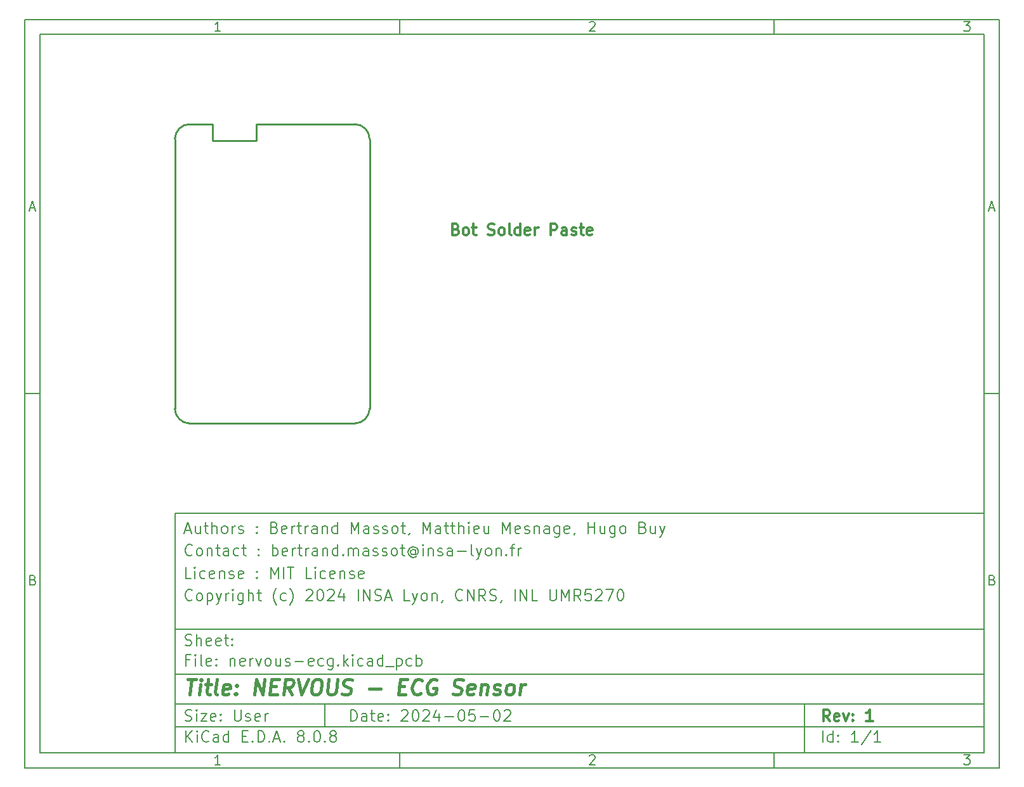
<source format=gbr>
%TF.GenerationSoftware,KiCad,Pcbnew,8.0.8*%
%TF.CreationDate,2025-02-27T16:48:53+01:00*%
%TF.ProjectId,nervous-ecg,6e657276-6f75-4732-9d65-63672e6b6963,1*%
%TF.SameCoordinates,Original*%
%TF.FileFunction,Paste,Bot*%
%TF.FilePolarity,Positive*%
%FSLAX46Y46*%
G04 Gerber Fmt 4.6, Leading zero omitted, Abs format (unit mm)*
G04 Created by KiCad (PCBNEW 8.0.8) date 2025-02-27 16:48:53*
%MOMM*%
%LPD*%
G01*
G04 APERTURE LIST*
%ADD10C,0.100000*%
%ADD11C,0.150000*%
%ADD12C,0.300000*%
%ADD13C,0.400000*%
%TA.AperFunction,Profile*%
%ADD14C,0.254000*%
%TD*%
G04 APERTURE END LIST*
D10*
D11*
X30012000Y-75990000D02*
X138012000Y-75990000D01*
X138012000Y-107990000D01*
X30012000Y-107990000D01*
X30012000Y-75990000D01*
D10*
D11*
X10000000Y-10000000D02*
X140012000Y-10000000D01*
X140012000Y-109990000D01*
X10000000Y-109990000D01*
X10000000Y-10000000D01*
D10*
D11*
X12000000Y-12000000D02*
X138012000Y-12000000D01*
X138012000Y-107990000D01*
X12000000Y-107990000D01*
X12000000Y-12000000D01*
D10*
D11*
X60000000Y-12000000D02*
X60000000Y-10000000D01*
D10*
D11*
X110000000Y-12000000D02*
X110000000Y-10000000D01*
D10*
D11*
X36089160Y-11593604D02*
X35346303Y-11593604D01*
X35717731Y-11593604D02*
X35717731Y-10293604D01*
X35717731Y-10293604D02*
X35593922Y-10479319D01*
X35593922Y-10479319D02*
X35470112Y-10603128D01*
X35470112Y-10603128D02*
X35346303Y-10665033D01*
D10*
D11*
X85346303Y-10417414D02*
X85408207Y-10355509D01*
X85408207Y-10355509D02*
X85532017Y-10293604D01*
X85532017Y-10293604D02*
X85841541Y-10293604D01*
X85841541Y-10293604D02*
X85965350Y-10355509D01*
X85965350Y-10355509D02*
X86027255Y-10417414D01*
X86027255Y-10417414D02*
X86089160Y-10541223D01*
X86089160Y-10541223D02*
X86089160Y-10665033D01*
X86089160Y-10665033D02*
X86027255Y-10850747D01*
X86027255Y-10850747D02*
X85284398Y-11593604D01*
X85284398Y-11593604D02*
X86089160Y-11593604D01*
D10*
D11*
X135284398Y-10293604D02*
X136089160Y-10293604D01*
X136089160Y-10293604D02*
X135655826Y-10788842D01*
X135655826Y-10788842D02*
X135841541Y-10788842D01*
X135841541Y-10788842D02*
X135965350Y-10850747D01*
X135965350Y-10850747D02*
X136027255Y-10912652D01*
X136027255Y-10912652D02*
X136089160Y-11036461D01*
X136089160Y-11036461D02*
X136089160Y-11345985D01*
X136089160Y-11345985D02*
X136027255Y-11469795D01*
X136027255Y-11469795D02*
X135965350Y-11531700D01*
X135965350Y-11531700D02*
X135841541Y-11593604D01*
X135841541Y-11593604D02*
X135470112Y-11593604D01*
X135470112Y-11593604D02*
X135346303Y-11531700D01*
X135346303Y-11531700D02*
X135284398Y-11469795D01*
D10*
D11*
X60000000Y-107990000D02*
X60000000Y-109990000D01*
D10*
D11*
X110000000Y-107990000D02*
X110000000Y-109990000D01*
D10*
D11*
X36089160Y-109583604D02*
X35346303Y-109583604D01*
X35717731Y-109583604D02*
X35717731Y-108283604D01*
X35717731Y-108283604D02*
X35593922Y-108469319D01*
X35593922Y-108469319D02*
X35470112Y-108593128D01*
X35470112Y-108593128D02*
X35346303Y-108655033D01*
D10*
D11*
X85346303Y-108407414D02*
X85408207Y-108345509D01*
X85408207Y-108345509D02*
X85532017Y-108283604D01*
X85532017Y-108283604D02*
X85841541Y-108283604D01*
X85841541Y-108283604D02*
X85965350Y-108345509D01*
X85965350Y-108345509D02*
X86027255Y-108407414D01*
X86027255Y-108407414D02*
X86089160Y-108531223D01*
X86089160Y-108531223D02*
X86089160Y-108655033D01*
X86089160Y-108655033D02*
X86027255Y-108840747D01*
X86027255Y-108840747D02*
X85284398Y-109583604D01*
X85284398Y-109583604D02*
X86089160Y-109583604D01*
D10*
D11*
X135284398Y-108283604D02*
X136089160Y-108283604D01*
X136089160Y-108283604D02*
X135655826Y-108778842D01*
X135655826Y-108778842D02*
X135841541Y-108778842D01*
X135841541Y-108778842D02*
X135965350Y-108840747D01*
X135965350Y-108840747D02*
X136027255Y-108902652D01*
X136027255Y-108902652D02*
X136089160Y-109026461D01*
X136089160Y-109026461D02*
X136089160Y-109335985D01*
X136089160Y-109335985D02*
X136027255Y-109459795D01*
X136027255Y-109459795D02*
X135965350Y-109521700D01*
X135965350Y-109521700D02*
X135841541Y-109583604D01*
X135841541Y-109583604D02*
X135470112Y-109583604D01*
X135470112Y-109583604D02*
X135346303Y-109521700D01*
X135346303Y-109521700D02*
X135284398Y-109459795D01*
D10*
D11*
X10000000Y-60000000D02*
X12000000Y-60000000D01*
D10*
D11*
X10690476Y-35222176D02*
X11309523Y-35222176D01*
X10566666Y-35593604D02*
X10999999Y-34293604D01*
X10999999Y-34293604D02*
X11433333Y-35593604D01*
D10*
D11*
X11092857Y-84912652D02*
X11278571Y-84974557D01*
X11278571Y-84974557D02*
X11340476Y-85036461D01*
X11340476Y-85036461D02*
X11402380Y-85160271D01*
X11402380Y-85160271D02*
X11402380Y-85345985D01*
X11402380Y-85345985D02*
X11340476Y-85469795D01*
X11340476Y-85469795D02*
X11278571Y-85531700D01*
X11278571Y-85531700D02*
X11154761Y-85593604D01*
X11154761Y-85593604D02*
X10659523Y-85593604D01*
X10659523Y-85593604D02*
X10659523Y-84293604D01*
X10659523Y-84293604D02*
X11092857Y-84293604D01*
X11092857Y-84293604D02*
X11216666Y-84355509D01*
X11216666Y-84355509D02*
X11278571Y-84417414D01*
X11278571Y-84417414D02*
X11340476Y-84541223D01*
X11340476Y-84541223D02*
X11340476Y-84665033D01*
X11340476Y-84665033D02*
X11278571Y-84788842D01*
X11278571Y-84788842D02*
X11216666Y-84850747D01*
X11216666Y-84850747D02*
X11092857Y-84912652D01*
X11092857Y-84912652D02*
X10659523Y-84912652D01*
D10*
D11*
X140012000Y-60000000D02*
X138012000Y-60000000D01*
D10*
D11*
X138702476Y-35222176D02*
X139321523Y-35222176D01*
X138578666Y-35593604D02*
X139011999Y-34293604D01*
X139011999Y-34293604D02*
X139445333Y-35593604D01*
D10*
D11*
X139104857Y-84912652D02*
X139290571Y-84974557D01*
X139290571Y-84974557D02*
X139352476Y-85036461D01*
X139352476Y-85036461D02*
X139414380Y-85160271D01*
X139414380Y-85160271D02*
X139414380Y-85345985D01*
X139414380Y-85345985D02*
X139352476Y-85469795D01*
X139352476Y-85469795D02*
X139290571Y-85531700D01*
X139290571Y-85531700D02*
X139166761Y-85593604D01*
X139166761Y-85593604D02*
X138671523Y-85593604D01*
X138671523Y-85593604D02*
X138671523Y-84293604D01*
X138671523Y-84293604D02*
X139104857Y-84293604D01*
X139104857Y-84293604D02*
X139228666Y-84355509D01*
X139228666Y-84355509D02*
X139290571Y-84417414D01*
X139290571Y-84417414D02*
X139352476Y-84541223D01*
X139352476Y-84541223D02*
X139352476Y-84665033D01*
X139352476Y-84665033D02*
X139290571Y-84788842D01*
X139290571Y-84788842D02*
X139228666Y-84850747D01*
X139228666Y-84850747D02*
X139104857Y-84912652D01*
X139104857Y-84912652D02*
X138671523Y-84912652D01*
D10*
D11*
X53467826Y-103776128D02*
X53467826Y-102276128D01*
X53467826Y-102276128D02*
X53824969Y-102276128D01*
X53824969Y-102276128D02*
X54039255Y-102347557D01*
X54039255Y-102347557D02*
X54182112Y-102490414D01*
X54182112Y-102490414D02*
X54253541Y-102633271D01*
X54253541Y-102633271D02*
X54324969Y-102918985D01*
X54324969Y-102918985D02*
X54324969Y-103133271D01*
X54324969Y-103133271D02*
X54253541Y-103418985D01*
X54253541Y-103418985D02*
X54182112Y-103561842D01*
X54182112Y-103561842D02*
X54039255Y-103704700D01*
X54039255Y-103704700D02*
X53824969Y-103776128D01*
X53824969Y-103776128D02*
X53467826Y-103776128D01*
X55610684Y-103776128D02*
X55610684Y-102990414D01*
X55610684Y-102990414D02*
X55539255Y-102847557D01*
X55539255Y-102847557D02*
X55396398Y-102776128D01*
X55396398Y-102776128D02*
X55110684Y-102776128D01*
X55110684Y-102776128D02*
X54967826Y-102847557D01*
X55610684Y-103704700D02*
X55467826Y-103776128D01*
X55467826Y-103776128D02*
X55110684Y-103776128D01*
X55110684Y-103776128D02*
X54967826Y-103704700D01*
X54967826Y-103704700D02*
X54896398Y-103561842D01*
X54896398Y-103561842D02*
X54896398Y-103418985D01*
X54896398Y-103418985D02*
X54967826Y-103276128D01*
X54967826Y-103276128D02*
X55110684Y-103204700D01*
X55110684Y-103204700D02*
X55467826Y-103204700D01*
X55467826Y-103204700D02*
X55610684Y-103133271D01*
X56110684Y-102776128D02*
X56682112Y-102776128D01*
X56324969Y-102276128D02*
X56324969Y-103561842D01*
X56324969Y-103561842D02*
X56396398Y-103704700D01*
X56396398Y-103704700D02*
X56539255Y-103776128D01*
X56539255Y-103776128D02*
X56682112Y-103776128D01*
X57753541Y-103704700D02*
X57610684Y-103776128D01*
X57610684Y-103776128D02*
X57324970Y-103776128D01*
X57324970Y-103776128D02*
X57182112Y-103704700D01*
X57182112Y-103704700D02*
X57110684Y-103561842D01*
X57110684Y-103561842D02*
X57110684Y-102990414D01*
X57110684Y-102990414D02*
X57182112Y-102847557D01*
X57182112Y-102847557D02*
X57324970Y-102776128D01*
X57324970Y-102776128D02*
X57610684Y-102776128D01*
X57610684Y-102776128D02*
X57753541Y-102847557D01*
X57753541Y-102847557D02*
X57824970Y-102990414D01*
X57824970Y-102990414D02*
X57824970Y-103133271D01*
X57824970Y-103133271D02*
X57110684Y-103276128D01*
X58467826Y-103633271D02*
X58539255Y-103704700D01*
X58539255Y-103704700D02*
X58467826Y-103776128D01*
X58467826Y-103776128D02*
X58396398Y-103704700D01*
X58396398Y-103704700D02*
X58467826Y-103633271D01*
X58467826Y-103633271D02*
X58467826Y-103776128D01*
X58467826Y-102847557D02*
X58539255Y-102918985D01*
X58539255Y-102918985D02*
X58467826Y-102990414D01*
X58467826Y-102990414D02*
X58396398Y-102918985D01*
X58396398Y-102918985D02*
X58467826Y-102847557D01*
X58467826Y-102847557D02*
X58467826Y-102990414D01*
X60253541Y-102418985D02*
X60324969Y-102347557D01*
X60324969Y-102347557D02*
X60467827Y-102276128D01*
X60467827Y-102276128D02*
X60824969Y-102276128D01*
X60824969Y-102276128D02*
X60967827Y-102347557D01*
X60967827Y-102347557D02*
X61039255Y-102418985D01*
X61039255Y-102418985D02*
X61110684Y-102561842D01*
X61110684Y-102561842D02*
X61110684Y-102704700D01*
X61110684Y-102704700D02*
X61039255Y-102918985D01*
X61039255Y-102918985D02*
X60182112Y-103776128D01*
X60182112Y-103776128D02*
X61110684Y-103776128D01*
X62039255Y-102276128D02*
X62182112Y-102276128D01*
X62182112Y-102276128D02*
X62324969Y-102347557D01*
X62324969Y-102347557D02*
X62396398Y-102418985D01*
X62396398Y-102418985D02*
X62467826Y-102561842D01*
X62467826Y-102561842D02*
X62539255Y-102847557D01*
X62539255Y-102847557D02*
X62539255Y-103204700D01*
X62539255Y-103204700D02*
X62467826Y-103490414D01*
X62467826Y-103490414D02*
X62396398Y-103633271D01*
X62396398Y-103633271D02*
X62324969Y-103704700D01*
X62324969Y-103704700D02*
X62182112Y-103776128D01*
X62182112Y-103776128D02*
X62039255Y-103776128D01*
X62039255Y-103776128D02*
X61896398Y-103704700D01*
X61896398Y-103704700D02*
X61824969Y-103633271D01*
X61824969Y-103633271D02*
X61753540Y-103490414D01*
X61753540Y-103490414D02*
X61682112Y-103204700D01*
X61682112Y-103204700D02*
X61682112Y-102847557D01*
X61682112Y-102847557D02*
X61753540Y-102561842D01*
X61753540Y-102561842D02*
X61824969Y-102418985D01*
X61824969Y-102418985D02*
X61896398Y-102347557D01*
X61896398Y-102347557D02*
X62039255Y-102276128D01*
X63110683Y-102418985D02*
X63182111Y-102347557D01*
X63182111Y-102347557D02*
X63324969Y-102276128D01*
X63324969Y-102276128D02*
X63682111Y-102276128D01*
X63682111Y-102276128D02*
X63824969Y-102347557D01*
X63824969Y-102347557D02*
X63896397Y-102418985D01*
X63896397Y-102418985D02*
X63967826Y-102561842D01*
X63967826Y-102561842D02*
X63967826Y-102704700D01*
X63967826Y-102704700D02*
X63896397Y-102918985D01*
X63896397Y-102918985D02*
X63039254Y-103776128D01*
X63039254Y-103776128D02*
X63967826Y-103776128D01*
X65253540Y-102776128D02*
X65253540Y-103776128D01*
X64896397Y-102204700D02*
X64539254Y-103276128D01*
X64539254Y-103276128D02*
X65467825Y-103276128D01*
X66039253Y-103204700D02*
X67182111Y-103204700D01*
X68182111Y-102276128D02*
X68324968Y-102276128D01*
X68324968Y-102276128D02*
X68467825Y-102347557D01*
X68467825Y-102347557D02*
X68539254Y-102418985D01*
X68539254Y-102418985D02*
X68610682Y-102561842D01*
X68610682Y-102561842D02*
X68682111Y-102847557D01*
X68682111Y-102847557D02*
X68682111Y-103204700D01*
X68682111Y-103204700D02*
X68610682Y-103490414D01*
X68610682Y-103490414D02*
X68539254Y-103633271D01*
X68539254Y-103633271D02*
X68467825Y-103704700D01*
X68467825Y-103704700D02*
X68324968Y-103776128D01*
X68324968Y-103776128D02*
X68182111Y-103776128D01*
X68182111Y-103776128D02*
X68039254Y-103704700D01*
X68039254Y-103704700D02*
X67967825Y-103633271D01*
X67967825Y-103633271D02*
X67896396Y-103490414D01*
X67896396Y-103490414D02*
X67824968Y-103204700D01*
X67824968Y-103204700D02*
X67824968Y-102847557D01*
X67824968Y-102847557D02*
X67896396Y-102561842D01*
X67896396Y-102561842D02*
X67967825Y-102418985D01*
X67967825Y-102418985D02*
X68039254Y-102347557D01*
X68039254Y-102347557D02*
X68182111Y-102276128D01*
X70039253Y-102276128D02*
X69324967Y-102276128D01*
X69324967Y-102276128D02*
X69253539Y-102990414D01*
X69253539Y-102990414D02*
X69324967Y-102918985D01*
X69324967Y-102918985D02*
X69467825Y-102847557D01*
X69467825Y-102847557D02*
X69824967Y-102847557D01*
X69824967Y-102847557D02*
X69967825Y-102918985D01*
X69967825Y-102918985D02*
X70039253Y-102990414D01*
X70039253Y-102990414D02*
X70110682Y-103133271D01*
X70110682Y-103133271D02*
X70110682Y-103490414D01*
X70110682Y-103490414D02*
X70039253Y-103633271D01*
X70039253Y-103633271D02*
X69967825Y-103704700D01*
X69967825Y-103704700D02*
X69824967Y-103776128D01*
X69824967Y-103776128D02*
X69467825Y-103776128D01*
X69467825Y-103776128D02*
X69324967Y-103704700D01*
X69324967Y-103704700D02*
X69253539Y-103633271D01*
X70753538Y-103204700D02*
X71896396Y-103204700D01*
X72896396Y-102276128D02*
X73039253Y-102276128D01*
X73039253Y-102276128D02*
X73182110Y-102347557D01*
X73182110Y-102347557D02*
X73253539Y-102418985D01*
X73253539Y-102418985D02*
X73324967Y-102561842D01*
X73324967Y-102561842D02*
X73396396Y-102847557D01*
X73396396Y-102847557D02*
X73396396Y-103204700D01*
X73396396Y-103204700D02*
X73324967Y-103490414D01*
X73324967Y-103490414D02*
X73253539Y-103633271D01*
X73253539Y-103633271D02*
X73182110Y-103704700D01*
X73182110Y-103704700D02*
X73039253Y-103776128D01*
X73039253Y-103776128D02*
X72896396Y-103776128D01*
X72896396Y-103776128D02*
X72753539Y-103704700D01*
X72753539Y-103704700D02*
X72682110Y-103633271D01*
X72682110Y-103633271D02*
X72610681Y-103490414D01*
X72610681Y-103490414D02*
X72539253Y-103204700D01*
X72539253Y-103204700D02*
X72539253Y-102847557D01*
X72539253Y-102847557D02*
X72610681Y-102561842D01*
X72610681Y-102561842D02*
X72682110Y-102418985D01*
X72682110Y-102418985D02*
X72753539Y-102347557D01*
X72753539Y-102347557D02*
X72896396Y-102276128D01*
X73967824Y-102418985D02*
X74039252Y-102347557D01*
X74039252Y-102347557D02*
X74182110Y-102276128D01*
X74182110Y-102276128D02*
X74539252Y-102276128D01*
X74539252Y-102276128D02*
X74682110Y-102347557D01*
X74682110Y-102347557D02*
X74753538Y-102418985D01*
X74753538Y-102418985D02*
X74824967Y-102561842D01*
X74824967Y-102561842D02*
X74824967Y-102704700D01*
X74824967Y-102704700D02*
X74753538Y-102918985D01*
X74753538Y-102918985D02*
X73896395Y-103776128D01*
X73896395Y-103776128D02*
X74824967Y-103776128D01*
D10*
D11*
X30012000Y-104490000D02*
X138012000Y-104490000D01*
D10*
D11*
X31467826Y-106576128D02*
X31467826Y-105076128D01*
X32324969Y-106576128D02*
X31682112Y-105718985D01*
X32324969Y-105076128D02*
X31467826Y-105933271D01*
X32967826Y-106576128D02*
X32967826Y-105576128D01*
X32967826Y-105076128D02*
X32896398Y-105147557D01*
X32896398Y-105147557D02*
X32967826Y-105218985D01*
X32967826Y-105218985D02*
X33039255Y-105147557D01*
X33039255Y-105147557D02*
X32967826Y-105076128D01*
X32967826Y-105076128D02*
X32967826Y-105218985D01*
X34539255Y-106433271D02*
X34467827Y-106504700D01*
X34467827Y-106504700D02*
X34253541Y-106576128D01*
X34253541Y-106576128D02*
X34110684Y-106576128D01*
X34110684Y-106576128D02*
X33896398Y-106504700D01*
X33896398Y-106504700D02*
X33753541Y-106361842D01*
X33753541Y-106361842D02*
X33682112Y-106218985D01*
X33682112Y-106218985D02*
X33610684Y-105933271D01*
X33610684Y-105933271D02*
X33610684Y-105718985D01*
X33610684Y-105718985D02*
X33682112Y-105433271D01*
X33682112Y-105433271D02*
X33753541Y-105290414D01*
X33753541Y-105290414D02*
X33896398Y-105147557D01*
X33896398Y-105147557D02*
X34110684Y-105076128D01*
X34110684Y-105076128D02*
X34253541Y-105076128D01*
X34253541Y-105076128D02*
X34467827Y-105147557D01*
X34467827Y-105147557D02*
X34539255Y-105218985D01*
X35824970Y-106576128D02*
X35824970Y-105790414D01*
X35824970Y-105790414D02*
X35753541Y-105647557D01*
X35753541Y-105647557D02*
X35610684Y-105576128D01*
X35610684Y-105576128D02*
X35324970Y-105576128D01*
X35324970Y-105576128D02*
X35182112Y-105647557D01*
X35824970Y-106504700D02*
X35682112Y-106576128D01*
X35682112Y-106576128D02*
X35324970Y-106576128D01*
X35324970Y-106576128D02*
X35182112Y-106504700D01*
X35182112Y-106504700D02*
X35110684Y-106361842D01*
X35110684Y-106361842D02*
X35110684Y-106218985D01*
X35110684Y-106218985D02*
X35182112Y-106076128D01*
X35182112Y-106076128D02*
X35324970Y-106004700D01*
X35324970Y-106004700D02*
X35682112Y-106004700D01*
X35682112Y-106004700D02*
X35824970Y-105933271D01*
X37182113Y-106576128D02*
X37182113Y-105076128D01*
X37182113Y-106504700D02*
X37039255Y-106576128D01*
X37039255Y-106576128D02*
X36753541Y-106576128D01*
X36753541Y-106576128D02*
X36610684Y-106504700D01*
X36610684Y-106504700D02*
X36539255Y-106433271D01*
X36539255Y-106433271D02*
X36467827Y-106290414D01*
X36467827Y-106290414D02*
X36467827Y-105861842D01*
X36467827Y-105861842D02*
X36539255Y-105718985D01*
X36539255Y-105718985D02*
X36610684Y-105647557D01*
X36610684Y-105647557D02*
X36753541Y-105576128D01*
X36753541Y-105576128D02*
X37039255Y-105576128D01*
X37039255Y-105576128D02*
X37182113Y-105647557D01*
X39039255Y-105790414D02*
X39539255Y-105790414D01*
X39753541Y-106576128D02*
X39039255Y-106576128D01*
X39039255Y-106576128D02*
X39039255Y-105076128D01*
X39039255Y-105076128D02*
X39753541Y-105076128D01*
X40396398Y-106433271D02*
X40467827Y-106504700D01*
X40467827Y-106504700D02*
X40396398Y-106576128D01*
X40396398Y-106576128D02*
X40324970Y-106504700D01*
X40324970Y-106504700D02*
X40396398Y-106433271D01*
X40396398Y-106433271D02*
X40396398Y-106576128D01*
X41110684Y-106576128D02*
X41110684Y-105076128D01*
X41110684Y-105076128D02*
X41467827Y-105076128D01*
X41467827Y-105076128D02*
X41682113Y-105147557D01*
X41682113Y-105147557D02*
X41824970Y-105290414D01*
X41824970Y-105290414D02*
X41896399Y-105433271D01*
X41896399Y-105433271D02*
X41967827Y-105718985D01*
X41967827Y-105718985D02*
X41967827Y-105933271D01*
X41967827Y-105933271D02*
X41896399Y-106218985D01*
X41896399Y-106218985D02*
X41824970Y-106361842D01*
X41824970Y-106361842D02*
X41682113Y-106504700D01*
X41682113Y-106504700D02*
X41467827Y-106576128D01*
X41467827Y-106576128D02*
X41110684Y-106576128D01*
X42610684Y-106433271D02*
X42682113Y-106504700D01*
X42682113Y-106504700D02*
X42610684Y-106576128D01*
X42610684Y-106576128D02*
X42539256Y-106504700D01*
X42539256Y-106504700D02*
X42610684Y-106433271D01*
X42610684Y-106433271D02*
X42610684Y-106576128D01*
X43253542Y-106147557D02*
X43967828Y-106147557D01*
X43110685Y-106576128D02*
X43610685Y-105076128D01*
X43610685Y-105076128D02*
X44110685Y-106576128D01*
X44610684Y-106433271D02*
X44682113Y-106504700D01*
X44682113Y-106504700D02*
X44610684Y-106576128D01*
X44610684Y-106576128D02*
X44539256Y-106504700D01*
X44539256Y-106504700D02*
X44610684Y-106433271D01*
X44610684Y-106433271D02*
X44610684Y-106576128D01*
X46682113Y-105718985D02*
X46539256Y-105647557D01*
X46539256Y-105647557D02*
X46467827Y-105576128D01*
X46467827Y-105576128D02*
X46396399Y-105433271D01*
X46396399Y-105433271D02*
X46396399Y-105361842D01*
X46396399Y-105361842D02*
X46467827Y-105218985D01*
X46467827Y-105218985D02*
X46539256Y-105147557D01*
X46539256Y-105147557D02*
X46682113Y-105076128D01*
X46682113Y-105076128D02*
X46967827Y-105076128D01*
X46967827Y-105076128D02*
X47110685Y-105147557D01*
X47110685Y-105147557D02*
X47182113Y-105218985D01*
X47182113Y-105218985D02*
X47253542Y-105361842D01*
X47253542Y-105361842D02*
X47253542Y-105433271D01*
X47253542Y-105433271D02*
X47182113Y-105576128D01*
X47182113Y-105576128D02*
X47110685Y-105647557D01*
X47110685Y-105647557D02*
X46967827Y-105718985D01*
X46967827Y-105718985D02*
X46682113Y-105718985D01*
X46682113Y-105718985D02*
X46539256Y-105790414D01*
X46539256Y-105790414D02*
X46467827Y-105861842D01*
X46467827Y-105861842D02*
X46396399Y-106004700D01*
X46396399Y-106004700D02*
X46396399Y-106290414D01*
X46396399Y-106290414D02*
X46467827Y-106433271D01*
X46467827Y-106433271D02*
X46539256Y-106504700D01*
X46539256Y-106504700D02*
X46682113Y-106576128D01*
X46682113Y-106576128D02*
X46967827Y-106576128D01*
X46967827Y-106576128D02*
X47110685Y-106504700D01*
X47110685Y-106504700D02*
X47182113Y-106433271D01*
X47182113Y-106433271D02*
X47253542Y-106290414D01*
X47253542Y-106290414D02*
X47253542Y-106004700D01*
X47253542Y-106004700D02*
X47182113Y-105861842D01*
X47182113Y-105861842D02*
X47110685Y-105790414D01*
X47110685Y-105790414D02*
X46967827Y-105718985D01*
X47896398Y-106433271D02*
X47967827Y-106504700D01*
X47967827Y-106504700D02*
X47896398Y-106576128D01*
X47896398Y-106576128D02*
X47824970Y-106504700D01*
X47824970Y-106504700D02*
X47896398Y-106433271D01*
X47896398Y-106433271D02*
X47896398Y-106576128D01*
X48896399Y-105076128D02*
X49039256Y-105076128D01*
X49039256Y-105076128D02*
X49182113Y-105147557D01*
X49182113Y-105147557D02*
X49253542Y-105218985D01*
X49253542Y-105218985D02*
X49324970Y-105361842D01*
X49324970Y-105361842D02*
X49396399Y-105647557D01*
X49396399Y-105647557D02*
X49396399Y-106004700D01*
X49396399Y-106004700D02*
X49324970Y-106290414D01*
X49324970Y-106290414D02*
X49253542Y-106433271D01*
X49253542Y-106433271D02*
X49182113Y-106504700D01*
X49182113Y-106504700D02*
X49039256Y-106576128D01*
X49039256Y-106576128D02*
X48896399Y-106576128D01*
X48896399Y-106576128D02*
X48753542Y-106504700D01*
X48753542Y-106504700D02*
X48682113Y-106433271D01*
X48682113Y-106433271D02*
X48610684Y-106290414D01*
X48610684Y-106290414D02*
X48539256Y-106004700D01*
X48539256Y-106004700D02*
X48539256Y-105647557D01*
X48539256Y-105647557D02*
X48610684Y-105361842D01*
X48610684Y-105361842D02*
X48682113Y-105218985D01*
X48682113Y-105218985D02*
X48753542Y-105147557D01*
X48753542Y-105147557D02*
X48896399Y-105076128D01*
X50039255Y-106433271D02*
X50110684Y-106504700D01*
X50110684Y-106504700D02*
X50039255Y-106576128D01*
X50039255Y-106576128D02*
X49967827Y-106504700D01*
X49967827Y-106504700D02*
X50039255Y-106433271D01*
X50039255Y-106433271D02*
X50039255Y-106576128D01*
X50967827Y-105718985D02*
X50824970Y-105647557D01*
X50824970Y-105647557D02*
X50753541Y-105576128D01*
X50753541Y-105576128D02*
X50682113Y-105433271D01*
X50682113Y-105433271D02*
X50682113Y-105361842D01*
X50682113Y-105361842D02*
X50753541Y-105218985D01*
X50753541Y-105218985D02*
X50824970Y-105147557D01*
X50824970Y-105147557D02*
X50967827Y-105076128D01*
X50967827Y-105076128D02*
X51253541Y-105076128D01*
X51253541Y-105076128D02*
X51396399Y-105147557D01*
X51396399Y-105147557D02*
X51467827Y-105218985D01*
X51467827Y-105218985D02*
X51539256Y-105361842D01*
X51539256Y-105361842D02*
X51539256Y-105433271D01*
X51539256Y-105433271D02*
X51467827Y-105576128D01*
X51467827Y-105576128D02*
X51396399Y-105647557D01*
X51396399Y-105647557D02*
X51253541Y-105718985D01*
X51253541Y-105718985D02*
X50967827Y-105718985D01*
X50967827Y-105718985D02*
X50824970Y-105790414D01*
X50824970Y-105790414D02*
X50753541Y-105861842D01*
X50753541Y-105861842D02*
X50682113Y-106004700D01*
X50682113Y-106004700D02*
X50682113Y-106290414D01*
X50682113Y-106290414D02*
X50753541Y-106433271D01*
X50753541Y-106433271D02*
X50824970Y-106504700D01*
X50824970Y-106504700D02*
X50967827Y-106576128D01*
X50967827Y-106576128D02*
X51253541Y-106576128D01*
X51253541Y-106576128D02*
X51396399Y-106504700D01*
X51396399Y-106504700D02*
X51467827Y-106433271D01*
X51467827Y-106433271D02*
X51539256Y-106290414D01*
X51539256Y-106290414D02*
X51539256Y-106004700D01*
X51539256Y-106004700D02*
X51467827Y-105861842D01*
X51467827Y-105861842D02*
X51396399Y-105790414D01*
X51396399Y-105790414D02*
X51253541Y-105718985D01*
D10*
D11*
X30012000Y-101490000D02*
X138012000Y-101490000D01*
D10*
D12*
X117423653Y-103768328D02*
X116923653Y-103054042D01*
X116566510Y-103768328D02*
X116566510Y-102268328D01*
X116566510Y-102268328D02*
X117137939Y-102268328D01*
X117137939Y-102268328D02*
X117280796Y-102339757D01*
X117280796Y-102339757D02*
X117352225Y-102411185D01*
X117352225Y-102411185D02*
X117423653Y-102554042D01*
X117423653Y-102554042D02*
X117423653Y-102768328D01*
X117423653Y-102768328D02*
X117352225Y-102911185D01*
X117352225Y-102911185D02*
X117280796Y-102982614D01*
X117280796Y-102982614D02*
X117137939Y-103054042D01*
X117137939Y-103054042D02*
X116566510Y-103054042D01*
X118637939Y-103696900D02*
X118495082Y-103768328D01*
X118495082Y-103768328D02*
X118209368Y-103768328D01*
X118209368Y-103768328D02*
X118066510Y-103696900D01*
X118066510Y-103696900D02*
X117995082Y-103554042D01*
X117995082Y-103554042D02*
X117995082Y-102982614D01*
X117995082Y-102982614D02*
X118066510Y-102839757D01*
X118066510Y-102839757D02*
X118209368Y-102768328D01*
X118209368Y-102768328D02*
X118495082Y-102768328D01*
X118495082Y-102768328D02*
X118637939Y-102839757D01*
X118637939Y-102839757D02*
X118709368Y-102982614D01*
X118709368Y-102982614D02*
X118709368Y-103125471D01*
X118709368Y-103125471D02*
X117995082Y-103268328D01*
X119209367Y-102768328D02*
X119566510Y-103768328D01*
X119566510Y-103768328D02*
X119923653Y-102768328D01*
X120495081Y-103625471D02*
X120566510Y-103696900D01*
X120566510Y-103696900D02*
X120495081Y-103768328D01*
X120495081Y-103768328D02*
X120423653Y-103696900D01*
X120423653Y-103696900D02*
X120495081Y-103625471D01*
X120495081Y-103625471D02*
X120495081Y-103768328D01*
X120495081Y-102839757D02*
X120566510Y-102911185D01*
X120566510Y-102911185D02*
X120495081Y-102982614D01*
X120495081Y-102982614D02*
X120423653Y-102911185D01*
X120423653Y-102911185D02*
X120495081Y-102839757D01*
X120495081Y-102839757D02*
X120495081Y-102982614D01*
X123137939Y-103768328D02*
X122280796Y-103768328D01*
X122709367Y-103768328D02*
X122709367Y-102268328D01*
X122709367Y-102268328D02*
X122566510Y-102482614D01*
X122566510Y-102482614D02*
X122423653Y-102625471D01*
X122423653Y-102625471D02*
X122280796Y-102696900D01*
D10*
D11*
X31396398Y-103704700D02*
X31610684Y-103776128D01*
X31610684Y-103776128D02*
X31967826Y-103776128D01*
X31967826Y-103776128D02*
X32110684Y-103704700D01*
X32110684Y-103704700D02*
X32182112Y-103633271D01*
X32182112Y-103633271D02*
X32253541Y-103490414D01*
X32253541Y-103490414D02*
X32253541Y-103347557D01*
X32253541Y-103347557D02*
X32182112Y-103204700D01*
X32182112Y-103204700D02*
X32110684Y-103133271D01*
X32110684Y-103133271D02*
X31967826Y-103061842D01*
X31967826Y-103061842D02*
X31682112Y-102990414D01*
X31682112Y-102990414D02*
X31539255Y-102918985D01*
X31539255Y-102918985D02*
X31467826Y-102847557D01*
X31467826Y-102847557D02*
X31396398Y-102704700D01*
X31396398Y-102704700D02*
X31396398Y-102561842D01*
X31396398Y-102561842D02*
X31467826Y-102418985D01*
X31467826Y-102418985D02*
X31539255Y-102347557D01*
X31539255Y-102347557D02*
X31682112Y-102276128D01*
X31682112Y-102276128D02*
X32039255Y-102276128D01*
X32039255Y-102276128D02*
X32253541Y-102347557D01*
X32896397Y-103776128D02*
X32896397Y-102776128D01*
X32896397Y-102276128D02*
X32824969Y-102347557D01*
X32824969Y-102347557D02*
X32896397Y-102418985D01*
X32896397Y-102418985D02*
X32967826Y-102347557D01*
X32967826Y-102347557D02*
X32896397Y-102276128D01*
X32896397Y-102276128D02*
X32896397Y-102418985D01*
X33467826Y-102776128D02*
X34253541Y-102776128D01*
X34253541Y-102776128D02*
X33467826Y-103776128D01*
X33467826Y-103776128D02*
X34253541Y-103776128D01*
X35396398Y-103704700D02*
X35253541Y-103776128D01*
X35253541Y-103776128D02*
X34967827Y-103776128D01*
X34967827Y-103776128D02*
X34824969Y-103704700D01*
X34824969Y-103704700D02*
X34753541Y-103561842D01*
X34753541Y-103561842D02*
X34753541Y-102990414D01*
X34753541Y-102990414D02*
X34824969Y-102847557D01*
X34824969Y-102847557D02*
X34967827Y-102776128D01*
X34967827Y-102776128D02*
X35253541Y-102776128D01*
X35253541Y-102776128D02*
X35396398Y-102847557D01*
X35396398Y-102847557D02*
X35467827Y-102990414D01*
X35467827Y-102990414D02*
X35467827Y-103133271D01*
X35467827Y-103133271D02*
X34753541Y-103276128D01*
X36110683Y-103633271D02*
X36182112Y-103704700D01*
X36182112Y-103704700D02*
X36110683Y-103776128D01*
X36110683Y-103776128D02*
X36039255Y-103704700D01*
X36039255Y-103704700D02*
X36110683Y-103633271D01*
X36110683Y-103633271D02*
X36110683Y-103776128D01*
X36110683Y-102847557D02*
X36182112Y-102918985D01*
X36182112Y-102918985D02*
X36110683Y-102990414D01*
X36110683Y-102990414D02*
X36039255Y-102918985D01*
X36039255Y-102918985D02*
X36110683Y-102847557D01*
X36110683Y-102847557D02*
X36110683Y-102990414D01*
X37967826Y-102276128D02*
X37967826Y-103490414D01*
X37967826Y-103490414D02*
X38039255Y-103633271D01*
X38039255Y-103633271D02*
X38110684Y-103704700D01*
X38110684Y-103704700D02*
X38253541Y-103776128D01*
X38253541Y-103776128D02*
X38539255Y-103776128D01*
X38539255Y-103776128D02*
X38682112Y-103704700D01*
X38682112Y-103704700D02*
X38753541Y-103633271D01*
X38753541Y-103633271D02*
X38824969Y-103490414D01*
X38824969Y-103490414D02*
X38824969Y-102276128D01*
X39467827Y-103704700D02*
X39610684Y-103776128D01*
X39610684Y-103776128D02*
X39896398Y-103776128D01*
X39896398Y-103776128D02*
X40039255Y-103704700D01*
X40039255Y-103704700D02*
X40110684Y-103561842D01*
X40110684Y-103561842D02*
X40110684Y-103490414D01*
X40110684Y-103490414D02*
X40039255Y-103347557D01*
X40039255Y-103347557D02*
X39896398Y-103276128D01*
X39896398Y-103276128D02*
X39682113Y-103276128D01*
X39682113Y-103276128D02*
X39539255Y-103204700D01*
X39539255Y-103204700D02*
X39467827Y-103061842D01*
X39467827Y-103061842D02*
X39467827Y-102990414D01*
X39467827Y-102990414D02*
X39539255Y-102847557D01*
X39539255Y-102847557D02*
X39682113Y-102776128D01*
X39682113Y-102776128D02*
X39896398Y-102776128D01*
X39896398Y-102776128D02*
X40039255Y-102847557D01*
X41324970Y-103704700D02*
X41182113Y-103776128D01*
X41182113Y-103776128D02*
X40896399Y-103776128D01*
X40896399Y-103776128D02*
X40753541Y-103704700D01*
X40753541Y-103704700D02*
X40682113Y-103561842D01*
X40682113Y-103561842D02*
X40682113Y-102990414D01*
X40682113Y-102990414D02*
X40753541Y-102847557D01*
X40753541Y-102847557D02*
X40896399Y-102776128D01*
X40896399Y-102776128D02*
X41182113Y-102776128D01*
X41182113Y-102776128D02*
X41324970Y-102847557D01*
X41324970Y-102847557D02*
X41396399Y-102990414D01*
X41396399Y-102990414D02*
X41396399Y-103133271D01*
X41396399Y-103133271D02*
X40682113Y-103276128D01*
X42039255Y-103776128D02*
X42039255Y-102776128D01*
X42039255Y-103061842D02*
X42110684Y-102918985D01*
X42110684Y-102918985D02*
X42182113Y-102847557D01*
X42182113Y-102847557D02*
X42324970Y-102776128D01*
X42324970Y-102776128D02*
X42467827Y-102776128D01*
D10*
D11*
X116467826Y-106576128D02*
X116467826Y-105076128D01*
X117824970Y-106576128D02*
X117824970Y-105076128D01*
X117824970Y-106504700D02*
X117682112Y-106576128D01*
X117682112Y-106576128D02*
X117396398Y-106576128D01*
X117396398Y-106576128D02*
X117253541Y-106504700D01*
X117253541Y-106504700D02*
X117182112Y-106433271D01*
X117182112Y-106433271D02*
X117110684Y-106290414D01*
X117110684Y-106290414D02*
X117110684Y-105861842D01*
X117110684Y-105861842D02*
X117182112Y-105718985D01*
X117182112Y-105718985D02*
X117253541Y-105647557D01*
X117253541Y-105647557D02*
X117396398Y-105576128D01*
X117396398Y-105576128D02*
X117682112Y-105576128D01*
X117682112Y-105576128D02*
X117824970Y-105647557D01*
X118539255Y-106433271D02*
X118610684Y-106504700D01*
X118610684Y-106504700D02*
X118539255Y-106576128D01*
X118539255Y-106576128D02*
X118467827Y-106504700D01*
X118467827Y-106504700D02*
X118539255Y-106433271D01*
X118539255Y-106433271D02*
X118539255Y-106576128D01*
X118539255Y-105647557D02*
X118610684Y-105718985D01*
X118610684Y-105718985D02*
X118539255Y-105790414D01*
X118539255Y-105790414D02*
X118467827Y-105718985D01*
X118467827Y-105718985D02*
X118539255Y-105647557D01*
X118539255Y-105647557D02*
X118539255Y-105790414D01*
X121182113Y-106576128D02*
X120324970Y-106576128D01*
X120753541Y-106576128D02*
X120753541Y-105076128D01*
X120753541Y-105076128D02*
X120610684Y-105290414D01*
X120610684Y-105290414D02*
X120467827Y-105433271D01*
X120467827Y-105433271D02*
X120324970Y-105504700D01*
X122896398Y-105004700D02*
X121610684Y-106933271D01*
X124182113Y-106576128D02*
X123324970Y-106576128D01*
X123753541Y-106576128D02*
X123753541Y-105076128D01*
X123753541Y-105076128D02*
X123610684Y-105290414D01*
X123610684Y-105290414D02*
X123467827Y-105433271D01*
X123467827Y-105433271D02*
X123324970Y-105504700D01*
D10*
D11*
X30012000Y-97490000D02*
X138012000Y-97490000D01*
D10*
D13*
X31703728Y-98194438D02*
X32846585Y-98194438D01*
X32025157Y-100194438D02*
X32275157Y-98194438D01*
X33263252Y-100194438D02*
X33429919Y-98861104D01*
X33513252Y-98194438D02*
X33406109Y-98289676D01*
X33406109Y-98289676D02*
X33489443Y-98384914D01*
X33489443Y-98384914D02*
X33596586Y-98289676D01*
X33596586Y-98289676D02*
X33513252Y-98194438D01*
X33513252Y-98194438D02*
X33489443Y-98384914D01*
X34096586Y-98861104D02*
X34858490Y-98861104D01*
X34465633Y-98194438D02*
X34251348Y-99908723D01*
X34251348Y-99908723D02*
X34322776Y-100099200D01*
X34322776Y-100099200D02*
X34501348Y-100194438D01*
X34501348Y-100194438D02*
X34691824Y-100194438D01*
X35644205Y-100194438D02*
X35465633Y-100099200D01*
X35465633Y-100099200D02*
X35394205Y-99908723D01*
X35394205Y-99908723D02*
X35608490Y-98194438D01*
X37179919Y-100099200D02*
X36977538Y-100194438D01*
X36977538Y-100194438D02*
X36596585Y-100194438D01*
X36596585Y-100194438D02*
X36418014Y-100099200D01*
X36418014Y-100099200D02*
X36346585Y-99908723D01*
X36346585Y-99908723D02*
X36441824Y-99146819D01*
X36441824Y-99146819D02*
X36560871Y-98956342D01*
X36560871Y-98956342D02*
X36763252Y-98861104D01*
X36763252Y-98861104D02*
X37144204Y-98861104D01*
X37144204Y-98861104D02*
X37322776Y-98956342D01*
X37322776Y-98956342D02*
X37394204Y-99146819D01*
X37394204Y-99146819D02*
X37370395Y-99337295D01*
X37370395Y-99337295D02*
X36394204Y-99527771D01*
X38144205Y-100003961D02*
X38227538Y-100099200D01*
X38227538Y-100099200D02*
X38120395Y-100194438D01*
X38120395Y-100194438D02*
X38037062Y-100099200D01*
X38037062Y-100099200D02*
X38144205Y-100003961D01*
X38144205Y-100003961D02*
X38120395Y-100194438D01*
X38275157Y-98956342D02*
X38358490Y-99051580D01*
X38358490Y-99051580D02*
X38251348Y-99146819D01*
X38251348Y-99146819D02*
X38168014Y-99051580D01*
X38168014Y-99051580D02*
X38275157Y-98956342D01*
X38275157Y-98956342D02*
X38251348Y-99146819D01*
X40596586Y-100194438D02*
X40846586Y-98194438D01*
X40846586Y-98194438D02*
X41739443Y-100194438D01*
X41739443Y-100194438D02*
X41989443Y-98194438D01*
X42822777Y-99146819D02*
X43489443Y-99146819D01*
X43644205Y-100194438D02*
X42691824Y-100194438D01*
X42691824Y-100194438D02*
X42941824Y-98194438D01*
X42941824Y-98194438D02*
X43894205Y-98194438D01*
X45644205Y-100194438D02*
X45096586Y-99242057D01*
X44501348Y-100194438D02*
X44751348Y-98194438D01*
X44751348Y-98194438D02*
X45513253Y-98194438D01*
X45513253Y-98194438D02*
X45691824Y-98289676D01*
X45691824Y-98289676D02*
X45775158Y-98384914D01*
X45775158Y-98384914D02*
X45846586Y-98575390D01*
X45846586Y-98575390D02*
X45810872Y-98861104D01*
X45810872Y-98861104D02*
X45691824Y-99051580D01*
X45691824Y-99051580D02*
X45584682Y-99146819D01*
X45584682Y-99146819D02*
X45382301Y-99242057D01*
X45382301Y-99242057D02*
X44620396Y-99242057D01*
X46465634Y-98194438D02*
X46882301Y-100194438D01*
X46882301Y-100194438D02*
X47798967Y-98194438D01*
X48846587Y-98194438D02*
X49227539Y-98194438D01*
X49227539Y-98194438D02*
X49406110Y-98289676D01*
X49406110Y-98289676D02*
X49572777Y-98480152D01*
X49572777Y-98480152D02*
X49620396Y-98861104D01*
X49620396Y-98861104D02*
X49537063Y-99527771D01*
X49537063Y-99527771D02*
X49394206Y-99908723D01*
X49394206Y-99908723D02*
X49179920Y-100099200D01*
X49179920Y-100099200D02*
X48977539Y-100194438D01*
X48977539Y-100194438D02*
X48596587Y-100194438D01*
X48596587Y-100194438D02*
X48418015Y-100099200D01*
X48418015Y-100099200D02*
X48251349Y-99908723D01*
X48251349Y-99908723D02*
X48203729Y-99527771D01*
X48203729Y-99527771D02*
X48287063Y-98861104D01*
X48287063Y-98861104D02*
X48429920Y-98480152D01*
X48429920Y-98480152D02*
X48644206Y-98289676D01*
X48644206Y-98289676D02*
X48846587Y-98194438D01*
X50560872Y-98194438D02*
X50358491Y-99813485D01*
X50358491Y-99813485D02*
X50429920Y-100003961D01*
X50429920Y-100003961D02*
X50513253Y-100099200D01*
X50513253Y-100099200D02*
X50691825Y-100194438D01*
X50691825Y-100194438D02*
X51072777Y-100194438D01*
X51072777Y-100194438D02*
X51275158Y-100099200D01*
X51275158Y-100099200D02*
X51382301Y-100003961D01*
X51382301Y-100003961D02*
X51501348Y-99813485D01*
X51501348Y-99813485D02*
X51703729Y-98194438D01*
X52322777Y-100099200D02*
X52596586Y-100194438D01*
X52596586Y-100194438D02*
X53072777Y-100194438D01*
X53072777Y-100194438D02*
X53275158Y-100099200D01*
X53275158Y-100099200D02*
X53382301Y-100003961D01*
X53382301Y-100003961D02*
X53501348Y-99813485D01*
X53501348Y-99813485D02*
X53525158Y-99623009D01*
X53525158Y-99623009D02*
X53453729Y-99432533D01*
X53453729Y-99432533D02*
X53370396Y-99337295D01*
X53370396Y-99337295D02*
X53191825Y-99242057D01*
X53191825Y-99242057D02*
X52822777Y-99146819D01*
X52822777Y-99146819D02*
X52644205Y-99051580D01*
X52644205Y-99051580D02*
X52560872Y-98956342D01*
X52560872Y-98956342D02*
X52489444Y-98765866D01*
X52489444Y-98765866D02*
X52513253Y-98575390D01*
X52513253Y-98575390D02*
X52632301Y-98384914D01*
X52632301Y-98384914D02*
X52739444Y-98289676D01*
X52739444Y-98289676D02*
X52941825Y-98194438D01*
X52941825Y-98194438D02*
X53418015Y-98194438D01*
X53418015Y-98194438D02*
X53691825Y-98289676D01*
X55929920Y-99432533D02*
X57453730Y-99432533D01*
X59965635Y-99146819D02*
X60632301Y-99146819D01*
X60787063Y-100194438D02*
X59834682Y-100194438D01*
X59834682Y-100194438D02*
X60084682Y-98194438D01*
X60084682Y-98194438D02*
X61037063Y-98194438D01*
X62810873Y-100003961D02*
X62703730Y-100099200D01*
X62703730Y-100099200D02*
X62406111Y-100194438D01*
X62406111Y-100194438D02*
X62215635Y-100194438D01*
X62215635Y-100194438D02*
X61941825Y-100099200D01*
X61941825Y-100099200D02*
X61775159Y-99908723D01*
X61775159Y-99908723D02*
X61703730Y-99718247D01*
X61703730Y-99718247D02*
X61656111Y-99337295D01*
X61656111Y-99337295D02*
X61691825Y-99051580D01*
X61691825Y-99051580D02*
X61834682Y-98670628D01*
X61834682Y-98670628D02*
X61953730Y-98480152D01*
X61953730Y-98480152D02*
X62168016Y-98289676D01*
X62168016Y-98289676D02*
X62465635Y-98194438D01*
X62465635Y-98194438D02*
X62656111Y-98194438D01*
X62656111Y-98194438D02*
X62929921Y-98289676D01*
X62929921Y-98289676D02*
X63013254Y-98384914D01*
X64929921Y-98289676D02*
X64751349Y-98194438D01*
X64751349Y-98194438D02*
X64465635Y-98194438D01*
X64465635Y-98194438D02*
X64168016Y-98289676D01*
X64168016Y-98289676D02*
X63953730Y-98480152D01*
X63953730Y-98480152D02*
X63834682Y-98670628D01*
X63834682Y-98670628D02*
X63691825Y-99051580D01*
X63691825Y-99051580D02*
X63656111Y-99337295D01*
X63656111Y-99337295D02*
X63703730Y-99718247D01*
X63703730Y-99718247D02*
X63775159Y-99908723D01*
X63775159Y-99908723D02*
X63941825Y-100099200D01*
X63941825Y-100099200D02*
X64215635Y-100194438D01*
X64215635Y-100194438D02*
X64406111Y-100194438D01*
X64406111Y-100194438D02*
X64703730Y-100099200D01*
X64703730Y-100099200D02*
X64810873Y-100003961D01*
X64810873Y-100003961D02*
X64894206Y-99337295D01*
X64894206Y-99337295D02*
X64513254Y-99337295D01*
X67084683Y-100099200D02*
X67358492Y-100194438D01*
X67358492Y-100194438D02*
X67834683Y-100194438D01*
X67834683Y-100194438D02*
X68037064Y-100099200D01*
X68037064Y-100099200D02*
X68144207Y-100003961D01*
X68144207Y-100003961D02*
X68263254Y-99813485D01*
X68263254Y-99813485D02*
X68287064Y-99623009D01*
X68287064Y-99623009D02*
X68215635Y-99432533D01*
X68215635Y-99432533D02*
X68132302Y-99337295D01*
X68132302Y-99337295D02*
X67953731Y-99242057D01*
X67953731Y-99242057D02*
X67584683Y-99146819D01*
X67584683Y-99146819D02*
X67406111Y-99051580D01*
X67406111Y-99051580D02*
X67322778Y-98956342D01*
X67322778Y-98956342D02*
X67251350Y-98765866D01*
X67251350Y-98765866D02*
X67275159Y-98575390D01*
X67275159Y-98575390D02*
X67394207Y-98384914D01*
X67394207Y-98384914D02*
X67501350Y-98289676D01*
X67501350Y-98289676D02*
X67703731Y-98194438D01*
X67703731Y-98194438D02*
X68179921Y-98194438D01*
X68179921Y-98194438D02*
X68453731Y-98289676D01*
X69846588Y-100099200D02*
X69644207Y-100194438D01*
X69644207Y-100194438D02*
X69263254Y-100194438D01*
X69263254Y-100194438D02*
X69084683Y-100099200D01*
X69084683Y-100099200D02*
X69013254Y-99908723D01*
X69013254Y-99908723D02*
X69108493Y-99146819D01*
X69108493Y-99146819D02*
X69227540Y-98956342D01*
X69227540Y-98956342D02*
X69429921Y-98861104D01*
X69429921Y-98861104D02*
X69810873Y-98861104D01*
X69810873Y-98861104D02*
X69989445Y-98956342D01*
X69989445Y-98956342D02*
X70060873Y-99146819D01*
X70060873Y-99146819D02*
X70037064Y-99337295D01*
X70037064Y-99337295D02*
X69060873Y-99527771D01*
X70953731Y-98861104D02*
X70787064Y-100194438D01*
X70929921Y-99051580D02*
X71037064Y-98956342D01*
X71037064Y-98956342D02*
X71239445Y-98861104D01*
X71239445Y-98861104D02*
X71525159Y-98861104D01*
X71525159Y-98861104D02*
X71703731Y-98956342D01*
X71703731Y-98956342D02*
X71775159Y-99146819D01*
X71775159Y-99146819D02*
X71644207Y-100194438D01*
X72513255Y-100099200D02*
X72691826Y-100194438D01*
X72691826Y-100194438D02*
X73072779Y-100194438D01*
X73072779Y-100194438D02*
X73275160Y-100099200D01*
X73275160Y-100099200D02*
X73394207Y-99908723D01*
X73394207Y-99908723D02*
X73406112Y-99813485D01*
X73406112Y-99813485D02*
X73334683Y-99623009D01*
X73334683Y-99623009D02*
X73156112Y-99527771D01*
X73156112Y-99527771D02*
X72870398Y-99527771D01*
X72870398Y-99527771D02*
X72691826Y-99432533D01*
X72691826Y-99432533D02*
X72620398Y-99242057D01*
X72620398Y-99242057D02*
X72632303Y-99146819D01*
X72632303Y-99146819D02*
X72751350Y-98956342D01*
X72751350Y-98956342D02*
X72953731Y-98861104D01*
X72953731Y-98861104D02*
X73239445Y-98861104D01*
X73239445Y-98861104D02*
X73418017Y-98956342D01*
X74501351Y-100194438D02*
X74322779Y-100099200D01*
X74322779Y-100099200D02*
X74239446Y-100003961D01*
X74239446Y-100003961D02*
X74168017Y-99813485D01*
X74168017Y-99813485D02*
X74239446Y-99242057D01*
X74239446Y-99242057D02*
X74358493Y-99051580D01*
X74358493Y-99051580D02*
X74465636Y-98956342D01*
X74465636Y-98956342D02*
X74668017Y-98861104D01*
X74668017Y-98861104D02*
X74953731Y-98861104D01*
X74953731Y-98861104D02*
X75132303Y-98956342D01*
X75132303Y-98956342D02*
X75215636Y-99051580D01*
X75215636Y-99051580D02*
X75287065Y-99242057D01*
X75287065Y-99242057D02*
X75215636Y-99813485D01*
X75215636Y-99813485D02*
X75096589Y-100003961D01*
X75096589Y-100003961D02*
X74989446Y-100099200D01*
X74989446Y-100099200D02*
X74787065Y-100194438D01*
X74787065Y-100194438D02*
X74501351Y-100194438D01*
X76025160Y-100194438D02*
X76191827Y-98861104D01*
X76144208Y-99242057D02*
X76263255Y-99051580D01*
X76263255Y-99051580D02*
X76370398Y-98956342D01*
X76370398Y-98956342D02*
X76572779Y-98861104D01*
X76572779Y-98861104D02*
X76763255Y-98861104D01*
D10*
D11*
X31967826Y-95590414D02*
X31467826Y-95590414D01*
X31467826Y-96376128D02*
X31467826Y-94876128D01*
X31467826Y-94876128D02*
X32182112Y-94876128D01*
X32753540Y-96376128D02*
X32753540Y-95376128D01*
X32753540Y-94876128D02*
X32682112Y-94947557D01*
X32682112Y-94947557D02*
X32753540Y-95018985D01*
X32753540Y-95018985D02*
X32824969Y-94947557D01*
X32824969Y-94947557D02*
X32753540Y-94876128D01*
X32753540Y-94876128D02*
X32753540Y-95018985D01*
X33682112Y-96376128D02*
X33539255Y-96304700D01*
X33539255Y-96304700D02*
X33467826Y-96161842D01*
X33467826Y-96161842D02*
X33467826Y-94876128D01*
X34824969Y-96304700D02*
X34682112Y-96376128D01*
X34682112Y-96376128D02*
X34396398Y-96376128D01*
X34396398Y-96376128D02*
X34253540Y-96304700D01*
X34253540Y-96304700D02*
X34182112Y-96161842D01*
X34182112Y-96161842D02*
X34182112Y-95590414D01*
X34182112Y-95590414D02*
X34253540Y-95447557D01*
X34253540Y-95447557D02*
X34396398Y-95376128D01*
X34396398Y-95376128D02*
X34682112Y-95376128D01*
X34682112Y-95376128D02*
X34824969Y-95447557D01*
X34824969Y-95447557D02*
X34896398Y-95590414D01*
X34896398Y-95590414D02*
X34896398Y-95733271D01*
X34896398Y-95733271D02*
X34182112Y-95876128D01*
X35539254Y-96233271D02*
X35610683Y-96304700D01*
X35610683Y-96304700D02*
X35539254Y-96376128D01*
X35539254Y-96376128D02*
X35467826Y-96304700D01*
X35467826Y-96304700D02*
X35539254Y-96233271D01*
X35539254Y-96233271D02*
X35539254Y-96376128D01*
X35539254Y-95447557D02*
X35610683Y-95518985D01*
X35610683Y-95518985D02*
X35539254Y-95590414D01*
X35539254Y-95590414D02*
X35467826Y-95518985D01*
X35467826Y-95518985D02*
X35539254Y-95447557D01*
X35539254Y-95447557D02*
X35539254Y-95590414D01*
X37396397Y-95376128D02*
X37396397Y-96376128D01*
X37396397Y-95518985D02*
X37467826Y-95447557D01*
X37467826Y-95447557D02*
X37610683Y-95376128D01*
X37610683Y-95376128D02*
X37824969Y-95376128D01*
X37824969Y-95376128D02*
X37967826Y-95447557D01*
X37967826Y-95447557D02*
X38039255Y-95590414D01*
X38039255Y-95590414D02*
X38039255Y-96376128D01*
X39324969Y-96304700D02*
X39182112Y-96376128D01*
X39182112Y-96376128D02*
X38896398Y-96376128D01*
X38896398Y-96376128D02*
X38753540Y-96304700D01*
X38753540Y-96304700D02*
X38682112Y-96161842D01*
X38682112Y-96161842D02*
X38682112Y-95590414D01*
X38682112Y-95590414D02*
X38753540Y-95447557D01*
X38753540Y-95447557D02*
X38896398Y-95376128D01*
X38896398Y-95376128D02*
X39182112Y-95376128D01*
X39182112Y-95376128D02*
X39324969Y-95447557D01*
X39324969Y-95447557D02*
X39396398Y-95590414D01*
X39396398Y-95590414D02*
X39396398Y-95733271D01*
X39396398Y-95733271D02*
X38682112Y-95876128D01*
X40039254Y-96376128D02*
X40039254Y-95376128D01*
X40039254Y-95661842D02*
X40110683Y-95518985D01*
X40110683Y-95518985D02*
X40182112Y-95447557D01*
X40182112Y-95447557D02*
X40324969Y-95376128D01*
X40324969Y-95376128D02*
X40467826Y-95376128D01*
X40824968Y-95376128D02*
X41182111Y-96376128D01*
X41182111Y-96376128D02*
X41539254Y-95376128D01*
X42324968Y-96376128D02*
X42182111Y-96304700D01*
X42182111Y-96304700D02*
X42110682Y-96233271D01*
X42110682Y-96233271D02*
X42039254Y-96090414D01*
X42039254Y-96090414D02*
X42039254Y-95661842D01*
X42039254Y-95661842D02*
X42110682Y-95518985D01*
X42110682Y-95518985D02*
X42182111Y-95447557D01*
X42182111Y-95447557D02*
X42324968Y-95376128D01*
X42324968Y-95376128D02*
X42539254Y-95376128D01*
X42539254Y-95376128D02*
X42682111Y-95447557D01*
X42682111Y-95447557D02*
X42753540Y-95518985D01*
X42753540Y-95518985D02*
X42824968Y-95661842D01*
X42824968Y-95661842D02*
X42824968Y-96090414D01*
X42824968Y-96090414D02*
X42753540Y-96233271D01*
X42753540Y-96233271D02*
X42682111Y-96304700D01*
X42682111Y-96304700D02*
X42539254Y-96376128D01*
X42539254Y-96376128D02*
X42324968Y-96376128D01*
X44110683Y-95376128D02*
X44110683Y-96376128D01*
X43467825Y-95376128D02*
X43467825Y-96161842D01*
X43467825Y-96161842D02*
X43539254Y-96304700D01*
X43539254Y-96304700D02*
X43682111Y-96376128D01*
X43682111Y-96376128D02*
X43896397Y-96376128D01*
X43896397Y-96376128D02*
X44039254Y-96304700D01*
X44039254Y-96304700D02*
X44110683Y-96233271D01*
X44753540Y-96304700D02*
X44896397Y-96376128D01*
X44896397Y-96376128D02*
X45182111Y-96376128D01*
X45182111Y-96376128D02*
X45324968Y-96304700D01*
X45324968Y-96304700D02*
X45396397Y-96161842D01*
X45396397Y-96161842D02*
X45396397Y-96090414D01*
X45396397Y-96090414D02*
X45324968Y-95947557D01*
X45324968Y-95947557D02*
X45182111Y-95876128D01*
X45182111Y-95876128D02*
X44967826Y-95876128D01*
X44967826Y-95876128D02*
X44824968Y-95804700D01*
X44824968Y-95804700D02*
X44753540Y-95661842D01*
X44753540Y-95661842D02*
X44753540Y-95590414D01*
X44753540Y-95590414D02*
X44824968Y-95447557D01*
X44824968Y-95447557D02*
X44967826Y-95376128D01*
X44967826Y-95376128D02*
X45182111Y-95376128D01*
X45182111Y-95376128D02*
X45324968Y-95447557D01*
X46039254Y-95804700D02*
X47182112Y-95804700D01*
X48467826Y-96304700D02*
X48324969Y-96376128D01*
X48324969Y-96376128D02*
X48039255Y-96376128D01*
X48039255Y-96376128D02*
X47896397Y-96304700D01*
X47896397Y-96304700D02*
X47824969Y-96161842D01*
X47824969Y-96161842D02*
X47824969Y-95590414D01*
X47824969Y-95590414D02*
X47896397Y-95447557D01*
X47896397Y-95447557D02*
X48039255Y-95376128D01*
X48039255Y-95376128D02*
X48324969Y-95376128D01*
X48324969Y-95376128D02*
X48467826Y-95447557D01*
X48467826Y-95447557D02*
X48539255Y-95590414D01*
X48539255Y-95590414D02*
X48539255Y-95733271D01*
X48539255Y-95733271D02*
X47824969Y-95876128D01*
X49824969Y-96304700D02*
X49682111Y-96376128D01*
X49682111Y-96376128D02*
X49396397Y-96376128D01*
X49396397Y-96376128D02*
X49253540Y-96304700D01*
X49253540Y-96304700D02*
X49182111Y-96233271D01*
X49182111Y-96233271D02*
X49110683Y-96090414D01*
X49110683Y-96090414D02*
X49110683Y-95661842D01*
X49110683Y-95661842D02*
X49182111Y-95518985D01*
X49182111Y-95518985D02*
X49253540Y-95447557D01*
X49253540Y-95447557D02*
X49396397Y-95376128D01*
X49396397Y-95376128D02*
X49682111Y-95376128D01*
X49682111Y-95376128D02*
X49824969Y-95447557D01*
X51110683Y-95376128D02*
X51110683Y-96590414D01*
X51110683Y-96590414D02*
X51039254Y-96733271D01*
X51039254Y-96733271D02*
X50967825Y-96804700D01*
X50967825Y-96804700D02*
X50824968Y-96876128D01*
X50824968Y-96876128D02*
X50610683Y-96876128D01*
X50610683Y-96876128D02*
X50467825Y-96804700D01*
X51110683Y-96304700D02*
X50967825Y-96376128D01*
X50967825Y-96376128D02*
X50682111Y-96376128D01*
X50682111Y-96376128D02*
X50539254Y-96304700D01*
X50539254Y-96304700D02*
X50467825Y-96233271D01*
X50467825Y-96233271D02*
X50396397Y-96090414D01*
X50396397Y-96090414D02*
X50396397Y-95661842D01*
X50396397Y-95661842D02*
X50467825Y-95518985D01*
X50467825Y-95518985D02*
X50539254Y-95447557D01*
X50539254Y-95447557D02*
X50682111Y-95376128D01*
X50682111Y-95376128D02*
X50967825Y-95376128D01*
X50967825Y-95376128D02*
X51110683Y-95447557D01*
X51824968Y-96233271D02*
X51896397Y-96304700D01*
X51896397Y-96304700D02*
X51824968Y-96376128D01*
X51824968Y-96376128D02*
X51753540Y-96304700D01*
X51753540Y-96304700D02*
X51824968Y-96233271D01*
X51824968Y-96233271D02*
X51824968Y-96376128D01*
X52539254Y-96376128D02*
X52539254Y-94876128D01*
X52682112Y-95804700D02*
X53110683Y-96376128D01*
X53110683Y-95376128D02*
X52539254Y-95947557D01*
X53753540Y-96376128D02*
X53753540Y-95376128D01*
X53753540Y-94876128D02*
X53682112Y-94947557D01*
X53682112Y-94947557D02*
X53753540Y-95018985D01*
X53753540Y-95018985D02*
X53824969Y-94947557D01*
X53824969Y-94947557D02*
X53753540Y-94876128D01*
X53753540Y-94876128D02*
X53753540Y-95018985D01*
X55110684Y-96304700D02*
X54967826Y-96376128D01*
X54967826Y-96376128D02*
X54682112Y-96376128D01*
X54682112Y-96376128D02*
X54539255Y-96304700D01*
X54539255Y-96304700D02*
X54467826Y-96233271D01*
X54467826Y-96233271D02*
X54396398Y-96090414D01*
X54396398Y-96090414D02*
X54396398Y-95661842D01*
X54396398Y-95661842D02*
X54467826Y-95518985D01*
X54467826Y-95518985D02*
X54539255Y-95447557D01*
X54539255Y-95447557D02*
X54682112Y-95376128D01*
X54682112Y-95376128D02*
X54967826Y-95376128D01*
X54967826Y-95376128D02*
X55110684Y-95447557D01*
X56396398Y-96376128D02*
X56396398Y-95590414D01*
X56396398Y-95590414D02*
X56324969Y-95447557D01*
X56324969Y-95447557D02*
X56182112Y-95376128D01*
X56182112Y-95376128D02*
X55896398Y-95376128D01*
X55896398Y-95376128D02*
X55753540Y-95447557D01*
X56396398Y-96304700D02*
X56253540Y-96376128D01*
X56253540Y-96376128D02*
X55896398Y-96376128D01*
X55896398Y-96376128D02*
X55753540Y-96304700D01*
X55753540Y-96304700D02*
X55682112Y-96161842D01*
X55682112Y-96161842D02*
X55682112Y-96018985D01*
X55682112Y-96018985D02*
X55753540Y-95876128D01*
X55753540Y-95876128D02*
X55896398Y-95804700D01*
X55896398Y-95804700D02*
X56253540Y-95804700D01*
X56253540Y-95804700D02*
X56396398Y-95733271D01*
X57753541Y-96376128D02*
X57753541Y-94876128D01*
X57753541Y-96304700D02*
X57610683Y-96376128D01*
X57610683Y-96376128D02*
X57324969Y-96376128D01*
X57324969Y-96376128D02*
X57182112Y-96304700D01*
X57182112Y-96304700D02*
X57110683Y-96233271D01*
X57110683Y-96233271D02*
X57039255Y-96090414D01*
X57039255Y-96090414D02*
X57039255Y-95661842D01*
X57039255Y-95661842D02*
X57110683Y-95518985D01*
X57110683Y-95518985D02*
X57182112Y-95447557D01*
X57182112Y-95447557D02*
X57324969Y-95376128D01*
X57324969Y-95376128D02*
X57610683Y-95376128D01*
X57610683Y-95376128D02*
X57753541Y-95447557D01*
X58110684Y-96518985D02*
X59253541Y-96518985D01*
X59610683Y-95376128D02*
X59610683Y-96876128D01*
X59610683Y-95447557D02*
X59753541Y-95376128D01*
X59753541Y-95376128D02*
X60039255Y-95376128D01*
X60039255Y-95376128D02*
X60182112Y-95447557D01*
X60182112Y-95447557D02*
X60253541Y-95518985D01*
X60253541Y-95518985D02*
X60324969Y-95661842D01*
X60324969Y-95661842D02*
X60324969Y-96090414D01*
X60324969Y-96090414D02*
X60253541Y-96233271D01*
X60253541Y-96233271D02*
X60182112Y-96304700D01*
X60182112Y-96304700D02*
X60039255Y-96376128D01*
X60039255Y-96376128D02*
X59753541Y-96376128D01*
X59753541Y-96376128D02*
X59610683Y-96304700D01*
X61610684Y-96304700D02*
X61467826Y-96376128D01*
X61467826Y-96376128D02*
X61182112Y-96376128D01*
X61182112Y-96376128D02*
X61039255Y-96304700D01*
X61039255Y-96304700D02*
X60967826Y-96233271D01*
X60967826Y-96233271D02*
X60896398Y-96090414D01*
X60896398Y-96090414D02*
X60896398Y-95661842D01*
X60896398Y-95661842D02*
X60967826Y-95518985D01*
X60967826Y-95518985D02*
X61039255Y-95447557D01*
X61039255Y-95447557D02*
X61182112Y-95376128D01*
X61182112Y-95376128D02*
X61467826Y-95376128D01*
X61467826Y-95376128D02*
X61610684Y-95447557D01*
X62253540Y-96376128D02*
X62253540Y-94876128D01*
X62253540Y-95447557D02*
X62396398Y-95376128D01*
X62396398Y-95376128D02*
X62682112Y-95376128D01*
X62682112Y-95376128D02*
X62824969Y-95447557D01*
X62824969Y-95447557D02*
X62896398Y-95518985D01*
X62896398Y-95518985D02*
X62967826Y-95661842D01*
X62967826Y-95661842D02*
X62967826Y-96090414D01*
X62967826Y-96090414D02*
X62896398Y-96233271D01*
X62896398Y-96233271D02*
X62824969Y-96304700D01*
X62824969Y-96304700D02*
X62682112Y-96376128D01*
X62682112Y-96376128D02*
X62396398Y-96376128D01*
X62396398Y-96376128D02*
X62253540Y-96304700D01*
D10*
D11*
X30012000Y-91490000D02*
X138012000Y-91490000D01*
D10*
D11*
X31396398Y-93604700D02*
X31610684Y-93676128D01*
X31610684Y-93676128D02*
X31967826Y-93676128D01*
X31967826Y-93676128D02*
X32110684Y-93604700D01*
X32110684Y-93604700D02*
X32182112Y-93533271D01*
X32182112Y-93533271D02*
X32253541Y-93390414D01*
X32253541Y-93390414D02*
X32253541Y-93247557D01*
X32253541Y-93247557D02*
X32182112Y-93104700D01*
X32182112Y-93104700D02*
X32110684Y-93033271D01*
X32110684Y-93033271D02*
X31967826Y-92961842D01*
X31967826Y-92961842D02*
X31682112Y-92890414D01*
X31682112Y-92890414D02*
X31539255Y-92818985D01*
X31539255Y-92818985D02*
X31467826Y-92747557D01*
X31467826Y-92747557D02*
X31396398Y-92604700D01*
X31396398Y-92604700D02*
X31396398Y-92461842D01*
X31396398Y-92461842D02*
X31467826Y-92318985D01*
X31467826Y-92318985D02*
X31539255Y-92247557D01*
X31539255Y-92247557D02*
X31682112Y-92176128D01*
X31682112Y-92176128D02*
X32039255Y-92176128D01*
X32039255Y-92176128D02*
X32253541Y-92247557D01*
X32896397Y-93676128D02*
X32896397Y-92176128D01*
X33539255Y-93676128D02*
X33539255Y-92890414D01*
X33539255Y-92890414D02*
X33467826Y-92747557D01*
X33467826Y-92747557D02*
X33324969Y-92676128D01*
X33324969Y-92676128D02*
X33110683Y-92676128D01*
X33110683Y-92676128D02*
X32967826Y-92747557D01*
X32967826Y-92747557D02*
X32896397Y-92818985D01*
X34824969Y-93604700D02*
X34682112Y-93676128D01*
X34682112Y-93676128D02*
X34396398Y-93676128D01*
X34396398Y-93676128D02*
X34253540Y-93604700D01*
X34253540Y-93604700D02*
X34182112Y-93461842D01*
X34182112Y-93461842D02*
X34182112Y-92890414D01*
X34182112Y-92890414D02*
X34253540Y-92747557D01*
X34253540Y-92747557D02*
X34396398Y-92676128D01*
X34396398Y-92676128D02*
X34682112Y-92676128D01*
X34682112Y-92676128D02*
X34824969Y-92747557D01*
X34824969Y-92747557D02*
X34896398Y-92890414D01*
X34896398Y-92890414D02*
X34896398Y-93033271D01*
X34896398Y-93033271D02*
X34182112Y-93176128D01*
X36110683Y-93604700D02*
X35967826Y-93676128D01*
X35967826Y-93676128D02*
X35682112Y-93676128D01*
X35682112Y-93676128D02*
X35539254Y-93604700D01*
X35539254Y-93604700D02*
X35467826Y-93461842D01*
X35467826Y-93461842D02*
X35467826Y-92890414D01*
X35467826Y-92890414D02*
X35539254Y-92747557D01*
X35539254Y-92747557D02*
X35682112Y-92676128D01*
X35682112Y-92676128D02*
X35967826Y-92676128D01*
X35967826Y-92676128D02*
X36110683Y-92747557D01*
X36110683Y-92747557D02*
X36182112Y-92890414D01*
X36182112Y-92890414D02*
X36182112Y-93033271D01*
X36182112Y-93033271D02*
X35467826Y-93176128D01*
X36610683Y-92676128D02*
X37182111Y-92676128D01*
X36824968Y-92176128D02*
X36824968Y-93461842D01*
X36824968Y-93461842D02*
X36896397Y-93604700D01*
X36896397Y-93604700D02*
X37039254Y-93676128D01*
X37039254Y-93676128D02*
X37182111Y-93676128D01*
X37682111Y-93533271D02*
X37753540Y-93604700D01*
X37753540Y-93604700D02*
X37682111Y-93676128D01*
X37682111Y-93676128D02*
X37610683Y-93604700D01*
X37610683Y-93604700D02*
X37682111Y-93533271D01*
X37682111Y-93533271D02*
X37682111Y-93676128D01*
X37682111Y-92747557D02*
X37753540Y-92818985D01*
X37753540Y-92818985D02*
X37682111Y-92890414D01*
X37682111Y-92890414D02*
X37610683Y-92818985D01*
X37610683Y-92818985D02*
X37682111Y-92747557D01*
X37682111Y-92747557D02*
X37682111Y-92890414D01*
D10*
D11*
X32324969Y-87533271D02*
X32253541Y-87604700D01*
X32253541Y-87604700D02*
X32039255Y-87676128D01*
X32039255Y-87676128D02*
X31896398Y-87676128D01*
X31896398Y-87676128D02*
X31682112Y-87604700D01*
X31682112Y-87604700D02*
X31539255Y-87461842D01*
X31539255Y-87461842D02*
X31467826Y-87318985D01*
X31467826Y-87318985D02*
X31396398Y-87033271D01*
X31396398Y-87033271D02*
X31396398Y-86818985D01*
X31396398Y-86818985D02*
X31467826Y-86533271D01*
X31467826Y-86533271D02*
X31539255Y-86390414D01*
X31539255Y-86390414D02*
X31682112Y-86247557D01*
X31682112Y-86247557D02*
X31896398Y-86176128D01*
X31896398Y-86176128D02*
X32039255Y-86176128D01*
X32039255Y-86176128D02*
X32253541Y-86247557D01*
X32253541Y-86247557D02*
X32324969Y-86318985D01*
X33182112Y-87676128D02*
X33039255Y-87604700D01*
X33039255Y-87604700D02*
X32967826Y-87533271D01*
X32967826Y-87533271D02*
X32896398Y-87390414D01*
X32896398Y-87390414D02*
X32896398Y-86961842D01*
X32896398Y-86961842D02*
X32967826Y-86818985D01*
X32967826Y-86818985D02*
X33039255Y-86747557D01*
X33039255Y-86747557D02*
X33182112Y-86676128D01*
X33182112Y-86676128D02*
X33396398Y-86676128D01*
X33396398Y-86676128D02*
X33539255Y-86747557D01*
X33539255Y-86747557D02*
X33610684Y-86818985D01*
X33610684Y-86818985D02*
X33682112Y-86961842D01*
X33682112Y-86961842D02*
X33682112Y-87390414D01*
X33682112Y-87390414D02*
X33610684Y-87533271D01*
X33610684Y-87533271D02*
X33539255Y-87604700D01*
X33539255Y-87604700D02*
X33396398Y-87676128D01*
X33396398Y-87676128D02*
X33182112Y-87676128D01*
X34324969Y-86676128D02*
X34324969Y-88176128D01*
X34324969Y-86747557D02*
X34467827Y-86676128D01*
X34467827Y-86676128D02*
X34753541Y-86676128D01*
X34753541Y-86676128D02*
X34896398Y-86747557D01*
X34896398Y-86747557D02*
X34967827Y-86818985D01*
X34967827Y-86818985D02*
X35039255Y-86961842D01*
X35039255Y-86961842D02*
X35039255Y-87390414D01*
X35039255Y-87390414D02*
X34967827Y-87533271D01*
X34967827Y-87533271D02*
X34896398Y-87604700D01*
X34896398Y-87604700D02*
X34753541Y-87676128D01*
X34753541Y-87676128D02*
X34467827Y-87676128D01*
X34467827Y-87676128D02*
X34324969Y-87604700D01*
X35539255Y-86676128D02*
X35896398Y-87676128D01*
X36253541Y-86676128D02*
X35896398Y-87676128D01*
X35896398Y-87676128D02*
X35753541Y-88033271D01*
X35753541Y-88033271D02*
X35682112Y-88104700D01*
X35682112Y-88104700D02*
X35539255Y-88176128D01*
X36824969Y-87676128D02*
X36824969Y-86676128D01*
X36824969Y-86961842D02*
X36896398Y-86818985D01*
X36896398Y-86818985D02*
X36967827Y-86747557D01*
X36967827Y-86747557D02*
X37110684Y-86676128D01*
X37110684Y-86676128D02*
X37253541Y-86676128D01*
X37753540Y-87676128D02*
X37753540Y-86676128D01*
X37753540Y-86176128D02*
X37682112Y-86247557D01*
X37682112Y-86247557D02*
X37753540Y-86318985D01*
X37753540Y-86318985D02*
X37824969Y-86247557D01*
X37824969Y-86247557D02*
X37753540Y-86176128D01*
X37753540Y-86176128D02*
X37753540Y-86318985D01*
X39110684Y-86676128D02*
X39110684Y-87890414D01*
X39110684Y-87890414D02*
X39039255Y-88033271D01*
X39039255Y-88033271D02*
X38967826Y-88104700D01*
X38967826Y-88104700D02*
X38824969Y-88176128D01*
X38824969Y-88176128D02*
X38610684Y-88176128D01*
X38610684Y-88176128D02*
X38467826Y-88104700D01*
X39110684Y-87604700D02*
X38967826Y-87676128D01*
X38967826Y-87676128D02*
X38682112Y-87676128D01*
X38682112Y-87676128D02*
X38539255Y-87604700D01*
X38539255Y-87604700D02*
X38467826Y-87533271D01*
X38467826Y-87533271D02*
X38396398Y-87390414D01*
X38396398Y-87390414D02*
X38396398Y-86961842D01*
X38396398Y-86961842D02*
X38467826Y-86818985D01*
X38467826Y-86818985D02*
X38539255Y-86747557D01*
X38539255Y-86747557D02*
X38682112Y-86676128D01*
X38682112Y-86676128D02*
X38967826Y-86676128D01*
X38967826Y-86676128D02*
X39110684Y-86747557D01*
X39824969Y-87676128D02*
X39824969Y-86176128D01*
X40467827Y-87676128D02*
X40467827Y-86890414D01*
X40467827Y-86890414D02*
X40396398Y-86747557D01*
X40396398Y-86747557D02*
X40253541Y-86676128D01*
X40253541Y-86676128D02*
X40039255Y-86676128D01*
X40039255Y-86676128D02*
X39896398Y-86747557D01*
X39896398Y-86747557D02*
X39824969Y-86818985D01*
X40967827Y-86676128D02*
X41539255Y-86676128D01*
X41182112Y-86176128D02*
X41182112Y-87461842D01*
X41182112Y-87461842D02*
X41253541Y-87604700D01*
X41253541Y-87604700D02*
X41396398Y-87676128D01*
X41396398Y-87676128D02*
X41539255Y-87676128D01*
X43610684Y-88247557D02*
X43539255Y-88176128D01*
X43539255Y-88176128D02*
X43396398Y-87961842D01*
X43396398Y-87961842D02*
X43324970Y-87818985D01*
X43324970Y-87818985D02*
X43253541Y-87604700D01*
X43253541Y-87604700D02*
X43182112Y-87247557D01*
X43182112Y-87247557D02*
X43182112Y-86961842D01*
X43182112Y-86961842D02*
X43253541Y-86604700D01*
X43253541Y-86604700D02*
X43324970Y-86390414D01*
X43324970Y-86390414D02*
X43396398Y-86247557D01*
X43396398Y-86247557D02*
X43539255Y-86033271D01*
X43539255Y-86033271D02*
X43610684Y-85961842D01*
X44824970Y-87604700D02*
X44682112Y-87676128D01*
X44682112Y-87676128D02*
X44396398Y-87676128D01*
X44396398Y-87676128D02*
X44253541Y-87604700D01*
X44253541Y-87604700D02*
X44182112Y-87533271D01*
X44182112Y-87533271D02*
X44110684Y-87390414D01*
X44110684Y-87390414D02*
X44110684Y-86961842D01*
X44110684Y-86961842D02*
X44182112Y-86818985D01*
X44182112Y-86818985D02*
X44253541Y-86747557D01*
X44253541Y-86747557D02*
X44396398Y-86676128D01*
X44396398Y-86676128D02*
X44682112Y-86676128D01*
X44682112Y-86676128D02*
X44824970Y-86747557D01*
X45324969Y-88247557D02*
X45396398Y-88176128D01*
X45396398Y-88176128D02*
X45539255Y-87961842D01*
X45539255Y-87961842D02*
X45610684Y-87818985D01*
X45610684Y-87818985D02*
X45682112Y-87604700D01*
X45682112Y-87604700D02*
X45753541Y-87247557D01*
X45753541Y-87247557D02*
X45753541Y-86961842D01*
X45753541Y-86961842D02*
X45682112Y-86604700D01*
X45682112Y-86604700D02*
X45610684Y-86390414D01*
X45610684Y-86390414D02*
X45539255Y-86247557D01*
X45539255Y-86247557D02*
X45396398Y-86033271D01*
X45396398Y-86033271D02*
X45324969Y-85961842D01*
X47539255Y-86318985D02*
X47610683Y-86247557D01*
X47610683Y-86247557D02*
X47753541Y-86176128D01*
X47753541Y-86176128D02*
X48110683Y-86176128D01*
X48110683Y-86176128D02*
X48253541Y-86247557D01*
X48253541Y-86247557D02*
X48324969Y-86318985D01*
X48324969Y-86318985D02*
X48396398Y-86461842D01*
X48396398Y-86461842D02*
X48396398Y-86604700D01*
X48396398Y-86604700D02*
X48324969Y-86818985D01*
X48324969Y-86818985D02*
X47467826Y-87676128D01*
X47467826Y-87676128D02*
X48396398Y-87676128D01*
X49324969Y-86176128D02*
X49467826Y-86176128D01*
X49467826Y-86176128D02*
X49610683Y-86247557D01*
X49610683Y-86247557D02*
X49682112Y-86318985D01*
X49682112Y-86318985D02*
X49753540Y-86461842D01*
X49753540Y-86461842D02*
X49824969Y-86747557D01*
X49824969Y-86747557D02*
X49824969Y-87104700D01*
X49824969Y-87104700D02*
X49753540Y-87390414D01*
X49753540Y-87390414D02*
X49682112Y-87533271D01*
X49682112Y-87533271D02*
X49610683Y-87604700D01*
X49610683Y-87604700D02*
X49467826Y-87676128D01*
X49467826Y-87676128D02*
X49324969Y-87676128D01*
X49324969Y-87676128D02*
X49182112Y-87604700D01*
X49182112Y-87604700D02*
X49110683Y-87533271D01*
X49110683Y-87533271D02*
X49039254Y-87390414D01*
X49039254Y-87390414D02*
X48967826Y-87104700D01*
X48967826Y-87104700D02*
X48967826Y-86747557D01*
X48967826Y-86747557D02*
X49039254Y-86461842D01*
X49039254Y-86461842D02*
X49110683Y-86318985D01*
X49110683Y-86318985D02*
X49182112Y-86247557D01*
X49182112Y-86247557D02*
X49324969Y-86176128D01*
X50396397Y-86318985D02*
X50467825Y-86247557D01*
X50467825Y-86247557D02*
X50610683Y-86176128D01*
X50610683Y-86176128D02*
X50967825Y-86176128D01*
X50967825Y-86176128D02*
X51110683Y-86247557D01*
X51110683Y-86247557D02*
X51182111Y-86318985D01*
X51182111Y-86318985D02*
X51253540Y-86461842D01*
X51253540Y-86461842D02*
X51253540Y-86604700D01*
X51253540Y-86604700D02*
X51182111Y-86818985D01*
X51182111Y-86818985D02*
X50324968Y-87676128D01*
X50324968Y-87676128D02*
X51253540Y-87676128D01*
X52539254Y-86676128D02*
X52539254Y-87676128D01*
X52182111Y-86104700D02*
X51824968Y-87176128D01*
X51824968Y-87176128D02*
X52753539Y-87176128D01*
X54467824Y-87676128D02*
X54467824Y-86176128D01*
X55182110Y-87676128D02*
X55182110Y-86176128D01*
X55182110Y-86176128D02*
X56039253Y-87676128D01*
X56039253Y-87676128D02*
X56039253Y-86176128D01*
X56682111Y-87604700D02*
X56896397Y-87676128D01*
X56896397Y-87676128D02*
X57253539Y-87676128D01*
X57253539Y-87676128D02*
X57396397Y-87604700D01*
X57396397Y-87604700D02*
X57467825Y-87533271D01*
X57467825Y-87533271D02*
X57539254Y-87390414D01*
X57539254Y-87390414D02*
X57539254Y-87247557D01*
X57539254Y-87247557D02*
X57467825Y-87104700D01*
X57467825Y-87104700D02*
X57396397Y-87033271D01*
X57396397Y-87033271D02*
X57253539Y-86961842D01*
X57253539Y-86961842D02*
X56967825Y-86890414D01*
X56967825Y-86890414D02*
X56824968Y-86818985D01*
X56824968Y-86818985D02*
X56753539Y-86747557D01*
X56753539Y-86747557D02*
X56682111Y-86604700D01*
X56682111Y-86604700D02*
X56682111Y-86461842D01*
X56682111Y-86461842D02*
X56753539Y-86318985D01*
X56753539Y-86318985D02*
X56824968Y-86247557D01*
X56824968Y-86247557D02*
X56967825Y-86176128D01*
X56967825Y-86176128D02*
X57324968Y-86176128D01*
X57324968Y-86176128D02*
X57539254Y-86247557D01*
X58110682Y-87247557D02*
X58824968Y-87247557D01*
X57967825Y-87676128D02*
X58467825Y-86176128D01*
X58467825Y-86176128D02*
X58967825Y-87676128D01*
X61324967Y-87676128D02*
X60610681Y-87676128D01*
X60610681Y-87676128D02*
X60610681Y-86176128D01*
X61682110Y-86676128D02*
X62039253Y-87676128D01*
X62396396Y-86676128D02*
X62039253Y-87676128D01*
X62039253Y-87676128D02*
X61896396Y-88033271D01*
X61896396Y-88033271D02*
X61824967Y-88104700D01*
X61824967Y-88104700D02*
X61682110Y-88176128D01*
X63182110Y-87676128D02*
X63039253Y-87604700D01*
X63039253Y-87604700D02*
X62967824Y-87533271D01*
X62967824Y-87533271D02*
X62896396Y-87390414D01*
X62896396Y-87390414D02*
X62896396Y-86961842D01*
X62896396Y-86961842D02*
X62967824Y-86818985D01*
X62967824Y-86818985D02*
X63039253Y-86747557D01*
X63039253Y-86747557D02*
X63182110Y-86676128D01*
X63182110Y-86676128D02*
X63396396Y-86676128D01*
X63396396Y-86676128D02*
X63539253Y-86747557D01*
X63539253Y-86747557D02*
X63610682Y-86818985D01*
X63610682Y-86818985D02*
X63682110Y-86961842D01*
X63682110Y-86961842D02*
X63682110Y-87390414D01*
X63682110Y-87390414D02*
X63610682Y-87533271D01*
X63610682Y-87533271D02*
X63539253Y-87604700D01*
X63539253Y-87604700D02*
X63396396Y-87676128D01*
X63396396Y-87676128D02*
X63182110Y-87676128D01*
X64324967Y-86676128D02*
X64324967Y-87676128D01*
X64324967Y-86818985D02*
X64396396Y-86747557D01*
X64396396Y-86747557D02*
X64539253Y-86676128D01*
X64539253Y-86676128D02*
X64753539Y-86676128D01*
X64753539Y-86676128D02*
X64896396Y-86747557D01*
X64896396Y-86747557D02*
X64967825Y-86890414D01*
X64967825Y-86890414D02*
X64967825Y-87676128D01*
X65753539Y-87604700D02*
X65753539Y-87676128D01*
X65753539Y-87676128D02*
X65682110Y-87818985D01*
X65682110Y-87818985D02*
X65610682Y-87890414D01*
X68396396Y-87533271D02*
X68324968Y-87604700D01*
X68324968Y-87604700D02*
X68110682Y-87676128D01*
X68110682Y-87676128D02*
X67967825Y-87676128D01*
X67967825Y-87676128D02*
X67753539Y-87604700D01*
X67753539Y-87604700D02*
X67610682Y-87461842D01*
X67610682Y-87461842D02*
X67539253Y-87318985D01*
X67539253Y-87318985D02*
X67467825Y-87033271D01*
X67467825Y-87033271D02*
X67467825Y-86818985D01*
X67467825Y-86818985D02*
X67539253Y-86533271D01*
X67539253Y-86533271D02*
X67610682Y-86390414D01*
X67610682Y-86390414D02*
X67753539Y-86247557D01*
X67753539Y-86247557D02*
X67967825Y-86176128D01*
X67967825Y-86176128D02*
X68110682Y-86176128D01*
X68110682Y-86176128D02*
X68324968Y-86247557D01*
X68324968Y-86247557D02*
X68396396Y-86318985D01*
X69039253Y-87676128D02*
X69039253Y-86176128D01*
X69039253Y-86176128D02*
X69896396Y-87676128D01*
X69896396Y-87676128D02*
X69896396Y-86176128D01*
X71467825Y-87676128D02*
X70967825Y-86961842D01*
X70610682Y-87676128D02*
X70610682Y-86176128D01*
X70610682Y-86176128D02*
X71182111Y-86176128D01*
X71182111Y-86176128D02*
X71324968Y-86247557D01*
X71324968Y-86247557D02*
X71396397Y-86318985D01*
X71396397Y-86318985D02*
X71467825Y-86461842D01*
X71467825Y-86461842D02*
X71467825Y-86676128D01*
X71467825Y-86676128D02*
X71396397Y-86818985D01*
X71396397Y-86818985D02*
X71324968Y-86890414D01*
X71324968Y-86890414D02*
X71182111Y-86961842D01*
X71182111Y-86961842D02*
X70610682Y-86961842D01*
X72039254Y-87604700D02*
X72253540Y-87676128D01*
X72253540Y-87676128D02*
X72610682Y-87676128D01*
X72610682Y-87676128D02*
X72753540Y-87604700D01*
X72753540Y-87604700D02*
X72824968Y-87533271D01*
X72824968Y-87533271D02*
X72896397Y-87390414D01*
X72896397Y-87390414D02*
X72896397Y-87247557D01*
X72896397Y-87247557D02*
X72824968Y-87104700D01*
X72824968Y-87104700D02*
X72753540Y-87033271D01*
X72753540Y-87033271D02*
X72610682Y-86961842D01*
X72610682Y-86961842D02*
X72324968Y-86890414D01*
X72324968Y-86890414D02*
X72182111Y-86818985D01*
X72182111Y-86818985D02*
X72110682Y-86747557D01*
X72110682Y-86747557D02*
X72039254Y-86604700D01*
X72039254Y-86604700D02*
X72039254Y-86461842D01*
X72039254Y-86461842D02*
X72110682Y-86318985D01*
X72110682Y-86318985D02*
X72182111Y-86247557D01*
X72182111Y-86247557D02*
X72324968Y-86176128D01*
X72324968Y-86176128D02*
X72682111Y-86176128D01*
X72682111Y-86176128D02*
X72896397Y-86247557D01*
X73610682Y-87604700D02*
X73610682Y-87676128D01*
X73610682Y-87676128D02*
X73539253Y-87818985D01*
X73539253Y-87818985D02*
X73467825Y-87890414D01*
X75396396Y-87676128D02*
X75396396Y-86176128D01*
X76110682Y-87676128D02*
X76110682Y-86176128D01*
X76110682Y-86176128D02*
X76967825Y-87676128D01*
X76967825Y-87676128D02*
X76967825Y-86176128D01*
X78396397Y-87676128D02*
X77682111Y-87676128D01*
X77682111Y-87676128D02*
X77682111Y-86176128D01*
X80039254Y-86176128D02*
X80039254Y-87390414D01*
X80039254Y-87390414D02*
X80110683Y-87533271D01*
X80110683Y-87533271D02*
X80182112Y-87604700D01*
X80182112Y-87604700D02*
X80324969Y-87676128D01*
X80324969Y-87676128D02*
X80610683Y-87676128D01*
X80610683Y-87676128D02*
X80753540Y-87604700D01*
X80753540Y-87604700D02*
X80824969Y-87533271D01*
X80824969Y-87533271D02*
X80896397Y-87390414D01*
X80896397Y-87390414D02*
X80896397Y-86176128D01*
X81610683Y-87676128D02*
X81610683Y-86176128D01*
X81610683Y-86176128D02*
X82110683Y-87247557D01*
X82110683Y-87247557D02*
X82610683Y-86176128D01*
X82610683Y-86176128D02*
X82610683Y-87676128D01*
X84182112Y-87676128D02*
X83682112Y-86961842D01*
X83324969Y-87676128D02*
X83324969Y-86176128D01*
X83324969Y-86176128D02*
X83896398Y-86176128D01*
X83896398Y-86176128D02*
X84039255Y-86247557D01*
X84039255Y-86247557D02*
X84110684Y-86318985D01*
X84110684Y-86318985D02*
X84182112Y-86461842D01*
X84182112Y-86461842D02*
X84182112Y-86676128D01*
X84182112Y-86676128D02*
X84110684Y-86818985D01*
X84110684Y-86818985D02*
X84039255Y-86890414D01*
X84039255Y-86890414D02*
X83896398Y-86961842D01*
X83896398Y-86961842D02*
X83324969Y-86961842D01*
X85539255Y-86176128D02*
X84824969Y-86176128D01*
X84824969Y-86176128D02*
X84753541Y-86890414D01*
X84753541Y-86890414D02*
X84824969Y-86818985D01*
X84824969Y-86818985D02*
X84967827Y-86747557D01*
X84967827Y-86747557D02*
X85324969Y-86747557D01*
X85324969Y-86747557D02*
X85467827Y-86818985D01*
X85467827Y-86818985D02*
X85539255Y-86890414D01*
X85539255Y-86890414D02*
X85610684Y-87033271D01*
X85610684Y-87033271D02*
X85610684Y-87390414D01*
X85610684Y-87390414D02*
X85539255Y-87533271D01*
X85539255Y-87533271D02*
X85467827Y-87604700D01*
X85467827Y-87604700D02*
X85324969Y-87676128D01*
X85324969Y-87676128D02*
X84967827Y-87676128D01*
X84967827Y-87676128D02*
X84824969Y-87604700D01*
X84824969Y-87604700D02*
X84753541Y-87533271D01*
X86182112Y-86318985D02*
X86253540Y-86247557D01*
X86253540Y-86247557D02*
X86396398Y-86176128D01*
X86396398Y-86176128D02*
X86753540Y-86176128D01*
X86753540Y-86176128D02*
X86896398Y-86247557D01*
X86896398Y-86247557D02*
X86967826Y-86318985D01*
X86967826Y-86318985D02*
X87039255Y-86461842D01*
X87039255Y-86461842D02*
X87039255Y-86604700D01*
X87039255Y-86604700D02*
X86967826Y-86818985D01*
X86967826Y-86818985D02*
X86110683Y-87676128D01*
X86110683Y-87676128D02*
X87039255Y-87676128D01*
X87539254Y-86176128D02*
X88539254Y-86176128D01*
X88539254Y-86176128D02*
X87896397Y-87676128D01*
X89396397Y-86176128D02*
X89539254Y-86176128D01*
X89539254Y-86176128D02*
X89682111Y-86247557D01*
X89682111Y-86247557D02*
X89753540Y-86318985D01*
X89753540Y-86318985D02*
X89824968Y-86461842D01*
X89824968Y-86461842D02*
X89896397Y-86747557D01*
X89896397Y-86747557D02*
X89896397Y-87104700D01*
X89896397Y-87104700D02*
X89824968Y-87390414D01*
X89824968Y-87390414D02*
X89753540Y-87533271D01*
X89753540Y-87533271D02*
X89682111Y-87604700D01*
X89682111Y-87604700D02*
X89539254Y-87676128D01*
X89539254Y-87676128D02*
X89396397Y-87676128D01*
X89396397Y-87676128D02*
X89253540Y-87604700D01*
X89253540Y-87604700D02*
X89182111Y-87533271D01*
X89182111Y-87533271D02*
X89110682Y-87390414D01*
X89110682Y-87390414D02*
X89039254Y-87104700D01*
X89039254Y-87104700D02*
X89039254Y-86747557D01*
X89039254Y-86747557D02*
X89110682Y-86461842D01*
X89110682Y-86461842D02*
X89182111Y-86318985D01*
X89182111Y-86318985D02*
X89253540Y-86247557D01*
X89253540Y-86247557D02*
X89396397Y-86176128D01*
D10*
D11*
X32182112Y-84676128D02*
X31467826Y-84676128D01*
X31467826Y-84676128D02*
X31467826Y-83176128D01*
X32682112Y-84676128D02*
X32682112Y-83676128D01*
X32682112Y-83176128D02*
X32610684Y-83247557D01*
X32610684Y-83247557D02*
X32682112Y-83318985D01*
X32682112Y-83318985D02*
X32753541Y-83247557D01*
X32753541Y-83247557D02*
X32682112Y-83176128D01*
X32682112Y-83176128D02*
X32682112Y-83318985D01*
X34039256Y-84604700D02*
X33896398Y-84676128D01*
X33896398Y-84676128D02*
X33610684Y-84676128D01*
X33610684Y-84676128D02*
X33467827Y-84604700D01*
X33467827Y-84604700D02*
X33396398Y-84533271D01*
X33396398Y-84533271D02*
X33324970Y-84390414D01*
X33324970Y-84390414D02*
X33324970Y-83961842D01*
X33324970Y-83961842D02*
X33396398Y-83818985D01*
X33396398Y-83818985D02*
X33467827Y-83747557D01*
X33467827Y-83747557D02*
X33610684Y-83676128D01*
X33610684Y-83676128D02*
X33896398Y-83676128D01*
X33896398Y-83676128D02*
X34039256Y-83747557D01*
X35253541Y-84604700D02*
X35110684Y-84676128D01*
X35110684Y-84676128D02*
X34824970Y-84676128D01*
X34824970Y-84676128D02*
X34682112Y-84604700D01*
X34682112Y-84604700D02*
X34610684Y-84461842D01*
X34610684Y-84461842D02*
X34610684Y-83890414D01*
X34610684Y-83890414D02*
X34682112Y-83747557D01*
X34682112Y-83747557D02*
X34824970Y-83676128D01*
X34824970Y-83676128D02*
X35110684Y-83676128D01*
X35110684Y-83676128D02*
X35253541Y-83747557D01*
X35253541Y-83747557D02*
X35324970Y-83890414D01*
X35324970Y-83890414D02*
X35324970Y-84033271D01*
X35324970Y-84033271D02*
X34610684Y-84176128D01*
X35967826Y-83676128D02*
X35967826Y-84676128D01*
X35967826Y-83818985D02*
X36039255Y-83747557D01*
X36039255Y-83747557D02*
X36182112Y-83676128D01*
X36182112Y-83676128D02*
X36396398Y-83676128D01*
X36396398Y-83676128D02*
X36539255Y-83747557D01*
X36539255Y-83747557D02*
X36610684Y-83890414D01*
X36610684Y-83890414D02*
X36610684Y-84676128D01*
X37253541Y-84604700D02*
X37396398Y-84676128D01*
X37396398Y-84676128D02*
X37682112Y-84676128D01*
X37682112Y-84676128D02*
X37824969Y-84604700D01*
X37824969Y-84604700D02*
X37896398Y-84461842D01*
X37896398Y-84461842D02*
X37896398Y-84390414D01*
X37896398Y-84390414D02*
X37824969Y-84247557D01*
X37824969Y-84247557D02*
X37682112Y-84176128D01*
X37682112Y-84176128D02*
X37467827Y-84176128D01*
X37467827Y-84176128D02*
X37324969Y-84104700D01*
X37324969Y-84104700D02*
X37253541Y-83961842D01*
X37253541Y-83961842D02*
X37253541Y-83890414D01*
X37253541Y-83890414D02*
X37324969Y-83747557D01*
X37324969Y-83747557D02*
X37467827Y-83676128D01*
X37467827Y-83676128D02*
X37682112Y-83676128D01*
X37682112Y-83676128D02*
X37824969Y-83747557D01*
X39110684Y-84604700D02*
X38967827Y-84676128D01*
X38967827Y-84676128D02*
X38682113Y-84676128D01*
X38682113Y-84676128D02*
X38539255Y-84604700D01*
X38539255Y-84604700D02*
X38467827Y-84461842D01*
X38467827Y-84461842D02*
X38467827Y-83890414D01*
X38467827Y-83890414D02*
X38539255Y-83747557D01*
X38539255Y-83747557D02*
X38682113Y-83676128D01*
X38682113Y-83676128D02*
X38967827Y-83676128D01*
X38967827Y-83676128D02*
X39110684Y-83747557D01*
X39110684Y-83747557D02*
X39182113Y-83890414D01*
X39182113Y-83890414D02*
X39182113Y-84033271D01*
X39182113Y-84033271D02*
X38467827Y-84176128D01*
X40967826Y-84533271D02*
X41039255Y-84604700D01*
X41039255Y-84604700D02*
X40967826Y-84676128D01*
X40967826Y-84676128D02*
X40896398Y-84604700D01*
X40896398Y-84604700D02*
X40967826Y-84533271D01*
X40967826Y-84533271D02*
X40967826Y-84676128D01*
X40967826Y-83747557D02*
X41039255Y-83818985D01*
X41039255Y-83818985D02*
X40967826Y-83890414D01*
X40967826Y-83890414D02*
X40896398Y-83818985D01*
X40896398Y-83818985D02*
X40967826Y-83747557D01*
X40967826Y-83747557D02*
X40967826Y-83890414D01*
X42824969Y-84676128D02*
X42824969Y-83176128D01*
X42824969Y-83176128D02*
X43324969Y-84247557D01*
X43324969Y-84247557D02*
X43824969Y-83176128D01*
X43824969Y-83176128D02*
X43824969Y-84676128D01*
X44539255Y-84676128D02*
X44539255Y-83176128D01*
X45039256Y-83176128D02*
X45896399Y-83176128D01*
X45467827Y-84676128D02*
X45467827Y-83176128D01*
X48253541Y-84676128D02*
X47539255Y-84676128D01*
X47539255Y-84676128D02*
X47539255Y-83176128D01*
X48753541Y-84676128D02*
X48753541Y-83676128D01*
X48753541Y-83176128D02*
X48682113Y-83247557D01*
X48682113Y-83247557D02*
X48753541Y-83318985D01*
X48753541Y-83318985D02*
X48824970Y-83247557D01*
X48824970Y-83247557D02*
X48753541Y-83176128D01*
X48753541Y-83176128D02*
X48753541Y-83318985D01*
X50110685Y-84604700D02*
X49967827Y-84676128D01*
X49967827Y-84676128D02*
X49682113Y-84676128D01*
X49682113Y-84676128D02*
X49539256Y-84604700D01*
X49539256Y-84604700D02*
X49467827Y-84533271D01*
X49467827Y-84533271D02*
X49396399Y-84390414D01*
X49396399Y-84390414D02*
X49396399Y-83961842D01*
X49396399Y-83961842D02*
X49467827Y-83818985D01*
X49467827Y-83818985D02*
X49539256Y-83747557D01*
X49539256Y-83747557D02*
X49682113Y-83676128D01*
X49682113Y-83676128D02*
X49967827Y-83676128D01*
X49967827Y-83676128D02*
X50110685Y-83747557D01*
X51324970Y-84604700D02*
X51182113Y-84676128D01*
X51182113Y-84676128D02*
X50896399Y-84676128D01*
X50896399Y-84676128D02*
X50753541Y-84604700D01*
X50753541Y-84604700D02*
X50682113Y-84461842D01*
X50682113Y-84461842D02*
X50682113Y-83890414D01*
X50682113Y-83890414D02*
X50753541Y-83747557D01*
X50753541Y-83747557D02*
X50896399Y-83676128D01*
X50896399Y-83676128D02*
X51182113Y-83676128D01*
X51182113Y-83676128D02*
X51324970Y-83747557D01*
X51324970Y-83747557D02*
X51396399Y-83890414D01*
X51396399Y-83890414D02*
X51396399Y-84033271D01*
X51396399Y-84033271D02*
X50682113Y-84176128D01*
X52039255Y-83676128D02*
X52039255Y-84676128D01*
X52039255Y-83818985D02*
X52110684Y-83747557D01*
X52110684Y-83747557D02*
X52253541Y-83676128D01*
X52253541Y-83676128D02*
X52467827Y-83676128D01*
X52467827Y-83676128D02*
X52610684Y-83747557D01*
X52610684Y-83747557D02*
X52682113Y-83890414D01*
X52682113Y-83890414D02*
X52682113Y-84676128D01*
X53324970Y-84604700D02*
X53467827Y-84676128D01*
X53467827Y-84676128D02*
X53753541Y-84676128D01*
X53753541Y-84676128D02*
X53896398Y-84604700D01*
X53896398Y-84604700D02*
X53967827Y-84461842D01*
X53967827Y-84461842D02*
X53967827Y-84390414D01*
X53967827Y-84390414D02*
X53896398Y-84247557D01*
X53896398Y-84247557D02*
X53753541Y-84176128D01*
X53753541Y-84176128D02*
X53539256Y-84176128D01*
X53539256Y-84176128D02*
X53396398Y-84104700D01*
X53396398Y-84104700D02*
X53324970Y-83961842D01*
X53324970Y-83961842D02*
X53324970Y-83890414D01*
X53324970Y-83890414D02*
X53396398Y-83747557D01*
X53396398Y-83747557D02*
X53539256Y-83676128D01*
X53539256Y-83676128D02*
X53753541Y-83676128D01*
X53753541Y-83676128D02*
X53896398Y-83747557D01*
X55182113Y-84604700D02*
X55039256Y-84676128D01*
X55039256Y-84676128D02*
X54753542Y-84676128D01*
X54753542Y-84676128D02*
X54610684Y-84604700D01*
X54610684Y-84604700D02*
X54539256Y-84461842D01*
X54539256Y-84461842D02*
X54539256Y-83890414D01*
X54539256Y-83890414D02*
X54610684Y-83747557D01*
X54610684Y-83747557D02*
X54753542Y-83676128D01*
X54753542Y-83676128D02*
X55039256Y-83676128D01*
X55039256Y-83676128D02*
X55182113Y-83747557D01*
X55182113Y-83747557D02*
X55253542Y-83890414D01*
X55253542Y-83890414D02*
X55253542Y-84033271D01*
X55253542Y-84033271D02*
X54539256Y-84176128D01*
D10*
D11*
X32324969Y-81533271D02*
X32253541Y-81604700D01*
X32253541Y-81604700D02*
X32039255Y-81676128D01*
X32039255Y-81676128D02*
X31896398Y-81676128D01*
X31896398Y-81676128D02*
X31682112Y-81604700D01*
X31682112Y-81604700D02*
X31539255Y-81461842D01*
X31539255Y-81461842D02*
X31467826Y-81318985D01*
X31467826Y-81318985D02*
X31396398Y-81033271D01*
X31396398Y-81033271D02*
X31396398Y-80818985D01*
X31396398Y-80818985D02*
X31467826Y-80533271D01*
X31467826Y-80533271D02*
X31539255Y-80390414D01*
X31539255Y-80390414D02*
X31682112Y-80247557D01*
X31682112Y-80247557D02*
X31896398Y-80176128D01*
X31896398Y-80176128D02*
X32039255Y-80176128D01*
X32039255Y-80176128D02*
X32253541Y-80247557D01*
X32253541Y-80247557D02*
X32324969Y-80318985D01*
X33182112Y-81676128D02*
X33039255Y-81604700D01*
X33039255Y-81604700D02*
X32967826Y-81533271D01*
X32967826Y-81533271D02*
X32896398Y-81390414D01*
X32896398Y-81390414D02*
X32896398Y-80961842D01*
X32896398Y-80961842D02*
X32967826Y-80818985D01*
X32967826Y-80818985D02*
X33039255Y-80747557D01*
X33039255Y-80747557D02*
X33182112Y-80676128D01*
X33182112Y-80676128D02*
X33396398Y-80676128D01*
X33396398Y-80676128D02*
X33539255Y-80747557D01*
X33539255Y-80747557D02*
X33610684Y-80818985D01*
X33610684Y-80818985D02*
X33682112Y-80961842D01*
X33682112Y-80961842D02*
X33682112Y-81390414D01*
X33682112Y-81390414D02*
X33610684Y-81533271D01*
X33610684Y-81533271D02*
X33539255Y-81604700D01*
X33539255Y-81604700D02*
X33396398Y-81676128D01*
X33396398Y-81676128D02*
X33182112Y-81676128D01*
X34324969Y-80676128D02*
X34324969Y-81676128D01*
X34324969Y-80818985D02*
X34396398Y-80747557D01*
X34396398Y-80747557D02*
X34539255Y-80676128D01*
X34539255Y-80676128D02*
X34753541Y-80676128D01*
X34753541Y-80676128D02*
X34896398Y-80747557D01*
X34896398Y-80747557D02*
X34967827Y-80890414D01*
X34967827Y-80890414D02*
X34967827Y-81676128D01*
X35467827Y-80676128D02*
X36039255Y-80676128D01*
X35682112Y-80176128D02*
X35682112Y-81461842D01*
X35682112Y-81461842D02*
X35753541Y-81604700D01*
X35753541Y-81604700D02*
X35896398Y-81676128D01*
X35896398Y-81676128D02*
X36039255Y-81676128D01*
X37182113Y-81676128D02*
X37182113Y-80890414D01*
X37182113Y-80890414D02*
X37110684Y-80747557D01*
X37110684Y-80747557D02*
X36967827Y-80676128D01*
X36967827Y-80676128D02*
X36682113Y-80676128D01*
X36682113Y-80676128D02*
X36539255Y-80747557D01*
X37182113Y-81604700D02*
X37039255Y-81676128D01*
X37039255Y-81676128D02*
X36682113Y-81676128D01*
X36682113Y-81676128D02*
X36539255Y-81604700D01*
X36539255Y-81604700D02*
X36467827Y-81461842D01*
X36467827Y-81461842D02*
X36467827Y-81318985D01*
X36467827Y-81318985D02*
X36539255Y-81176128D01*
X36539255Y-81176128D02*
X36682113Y-81104700D01*
X36682113Y-81104700D02*
X37039255Y-81104700D01*
X37039255Y-81104700D02*
X37182113Y-81033271D01*
X38539256Y-81604700D02*
X38396398Y-81676128D01*
X38396398Y-81676128D02*
X38110684Y-81676128D01*
X38110684Y-81676128D02*
X37967827Y-81604700D01*
X37967827Y-81604700D02*
X37896398Y-81533271D01*
X37896398Y-81533271D02*
X37824970Y-81390414D01*
X37824970Y-81390414D02*
X37824970Y-80961842D01*
X37824970Y-80961842D02*
X37896398Y-80818985D01*
X37896398Y-80818985D02*
X37967827Y-80747557D01*
X37967827Y-80747557D02*
X38110684Y-80676128D01*
X38110684Y-80676128D02*
X38396398Y-80676128D01*
X38396398Y-80676128D02*
X38539256Y-80747557D01*
X38967827Y-80676128D02*
X39539255Y-80676128D01*
X39182112Y-80176128D02*
X39182112Y-81461842D01*
X39182112Y-81461842D02*
X39253541Y-81604700D01*
X39253541Y-81604700D02*
X39396398Y-81676128D01*
X39396398Y-81676128D02*
X39539255Y-81676128D01*
X41182112Y-81533271D02*
X41253541Y-81604700D01*
X41253541Y-81604700D02*
X41182112Y-81676128D01*
X41182112Y-81676128D02*
X41110684Y-81604700D01*
X41110684Y-81604700D02*
X41182112Y-81533271D01*
X41182112Y-81533271D02*
X41182112Y-81676128D01*
X41182112Y-80747557D02*
X41253541Y-80818985D01*
X41253541Y-80818985D02*
X41182112Y-80890414D01*
X41182112Y-80890414D02*
X41110684Y-80818985D01*
X41110684Y-80818985D02*
X41182112Y-80747557D01*
X41182112Y-80747557D02*
X41182112Y-80890414D01*
X43039255Y-81676128D02*
X43039255Y-80176128D01*
X43039255Y-80747557D02*
X43182113Y-80676128D01*
X43182113Y-80676128D02*
X43467827Y-80676128D01*
X43467827Y-80676128D02*
X43610684Y-80747557D01*
X43610684Y-80747557D02*
X43682113Y-80818985D01*
X43682113Y-80818985D02*
X43753541Y-80961842D01*
X43753541Y-80961842D02*
X43753541Y-81390414D01*
X43753541Y-81390414D02*
X43682113Y-81533271D01*
X43682113Y-81533271D02*
X43610684Y-81604700D01*
X43610684Y-81604700D02*
X43467827Y-81676128D01*
X43467827Y-81676128D02*
X43182113Y-81676128D01*
X43182113Y-81676128D02*
X43039255Y-81604700D01*
X44967827Y-81604700D02*
X44824970Y-81676128D01*
X44824970Y-81676128D02*
X44539256Y-81676128D01*
X44539256Y-81676128D02*
X44396398Y-81604700D01*
X44396398Y-81604700D02*
X44324970Y-81461842D01*
X44324970Y-81461842D02*
X44324970Y-80890414D01*
X44324970Y-80890414D02*
X44396398Y-80747557D01*
X44396398Y-80747557D02*
X44539256Y-80676128D01*
X44539256Y-80676128D02*
X44824970Y-80676128D01*
X44824970Y-80676128D02*
X44967827Y-80747557D01*
X44967827Y-80747557D02*
X45039256Y-80890414D01*
X45039256Y-80890414D02*
X45039256Y-81033271D01*
X45039256Y-81033271D02*
X44324970Y-81176128D01*
X45682112Y-81676128D02*
X45682112Y-80676128D01*
X45682112Y-80961842D02*
X45753541Y-80818985D01*
X45753541Y-80818985D02*
X45824970Y-80747557D01*
X45824970Y-80747557D02*
X45967827Y-80676128D01*
X45967827Y-80676128D02*
X46110684Y-80676128D01*
X46396398Y-80676128D02*
X46967826Y-80676128D01*
X46610683Y-80176128D02*
X46610683Y-81461842D01*
X46610683Y-81461842D02*
X46682112Y-81604700D01*
X46682112Y-81604700D02*
X46824969Y-81676128D01*
X46824969Y-81676128D02*
X46967826Y-81676128D01*
X47467826Y-81676128D02*
X47467826Y-80676128D01*
X47467826Y-80961842D02*
X47539255Y-80818985D01*
X47539255Y-80818985D02*
X47610684Y-80747557D01*
X47610684Y-80747557D02*
X47753541Y-80676128D01*
X47753541Y-80676128D02*
X47896398Y-80676128D01*
X49039255Y-81676128D02*
X49039255Y-80890414D01*
X49039255Y-80890414D02*
X48967826Y-80747557D01*
X48967826Y-80747557D02*
X48824969Y-80676128D01*
X48824969Y-80676128D02*
X48539255Y-80676128D01*
X48539255Y-80676128D02*
X48396397Y-80747557D01*
X49039255Y-81604700D02*
X48896397Y-81676128D01*
X48896397Y-81676128D02*
X48539255Y-81676128D01*
X48539255Y-81676128D02*
X48396397Y-81604700D01*
X48396397Y-81604700D02*
X48324969Y-81461842D01*
X48324969Y-81461842D02*
X48324969Y-81318985D01*
X48324969Y-81318985D02*
X48396397Y-81176128D01*
X48396397Y-81176128D02*
X48539255Y-81104700D01*
X48539255Y-81104700D02*
X48896397Y-81104700D01*
X48896397Y-81104700D02*
X49039255Y-81033271D01*
X49753540Y-80676128D02*
X49753540Y-81676128D01*
X49753540Y-80818985D02*
X49824969Y-80747557D01*
X49824969Y-80747557D02*
X49967826Y-80676128D01*
X49967826Y-80676128D02*
X50182112Y-80676128D01*
X50182112Y-80676128D02*
X50324969Y-80747557D01*
X50324969Y-80747557D02*
X50396398Y-80890414D01*
X50396398Y-80890414D02*
X50396398Y-81676128D01*
X51753541Y-81676128D02*
X51753541Y-80176128D01*
X51753541Y-81604700D02*
X51610683Y-81676128D01*
X51610683Y-81676128D02*
X51324969Y-81676128D01*
X51324969Y-81676128D02*
X51182112Y-81604700D01*
X51182112Y-81604700D02*
X51110683Y-81533271D01*
X51110683Y-81533271D02*
X51039255Y-81390414D01*
X51039255Y-81390414D02*
X51039255Y-80961842D01*
X51039255Y-80961842D02*
X51110683Y-80818985D01*
X51110683Y-80818985D02*
X51182112Y-80747557D01*
X51182112Y-80747557D02*
X51324969Y-80676128D01*
X51324969Y-80676128D02*
X51610683Y-80676128D01*
X51610683Y-80676128D02*
X51753541Y-80747557D01*
X52467826Y-81533271D02*
X52539255Y-81604700D01*
X52539255Y-81604700D02*
X52467826Y-81676128D01*
X52467826Y-81676128D02*
X52396398Y-81604700D01*
X52396398Y-81604700D02*
X52467826Y-81533271D01*
X52467826Y-81533271D02*
X52467826Y-81676128D01*
X53182112Y-81676128D02*
X53182112Y-80676128D01*
X53182112Y-80818985D02*
X53253541Y-80747557D01*
X53253541Y-80747557D02*
X53396398Y-80676128D01*
X53396398Y-80676128D02*
X53610684Y-80676128D01*
X53610684Y-80676128D02*
X53753541Y-80747557D01*
X53753541Y-80747557D02*
X53824970Y-80890414D01*
X53824970Y-80890414D02*
X53824970Y-81676128D01*
X53824970Y-80890414D02*
X53896398Y-80747557D01*
X53896398Y-80747557D02*
X54039255Y-80676128D01*
X54039255Y-80676128D02*
X54253541Y-80676128D01*
X54253541Y-80676128D02*
X54396398Y-80747557D01*
X54396398Y-80747557D02*
X54467827Y-80890414D01*
X54467827Y-80890414D02*
X54467827Y-81676128D01*
X55824970Y-81676128D02*
X55824970Y-80890414D01*
X55824970Y-80890414D02*
X55753541Y-80747557D01*
X55753541Y-80747557D02*
X55610684Y-80676128D01*
X55610684Y-80676128D02*
X55324970Y-80676128D01*
X55324970Y-80676128D02*
X55182112Y-80747557D01*
X55824970Y-81604700D02*
X55682112Y-81676128D01*
X55682112Y-81676128D02*
X55324970Y-81676128D01*
X55324970Y-81676128D02*
X55182112Y-81604700D01*
X55182112Y-81604700D02*
X55110684Y-81461842D01*
X55110684Y-81461842D02*
X55110684Y-81318985D01*
X55110684Y-81318985D02*
X55182112Y-81176128D01*
X55182112Y-81176128D02*
X55324970Y-81104700D01*
X55324970Y-81104700D02*
X55682112Y-81104700D01*
X55682112Y-81104700D02*
X55824970Y-81033271D01*
X56467827Y-81604700D02*
X56610684Y-81676128D01*
X56610684Y-81676128D02*
X56896398Y-81676128D01*
X56896398Y-81676128D02*
X57039255Y-81604700D01*
X57039255Y-81604700D02*
X57110684Y-81461842D01*
X57110684Y-81461842D02*
X57110684Y-81390414D01*
X57110684Y-81390414D02*
X57039255Y-81247557D01*
X57039255Y-81247557D02*
X56896398Y-81176128D01*
X56896398Y-81176128D02*
X56682113Y-81176128D01*
X56682113Y-81176128D02*
X56539255Y-81104700D01*
X56539255Y-81104700D02*
X56467827Y-80961842D01*
X56467827Y-80961842D02*
X56467827Y-80890414D01*
X56467827Y-80890414D02*
X56539255Y-80747557D01*
X56539255Y-80747557D02*
X56682113Y-80676128D01*
X56682113Y-80676128D02*
X56896398Y-80676128D01*
X56896398Y-80676128D02*
X57039255Y-80747557D01*
X57682113Y-81604700D02*
X57824970Y-81676128D01*
X57824970Y-81676128D02*
X58110684Y-81676128D01*
X58110684Y-81676128D02*
X58253541Y-81604700D01*
X58253541Y-81604700D02*
X58324970Y-81461842D01*
X58324970Y-81461842D02*
X58324970Y-81390414D01*
X58324970Y-81390414D02*
X58253541Y-81247557D01*
X58253541Y-81247557D02*
X58110684Y-81176128D01*
X58110684Y-81176128D02*
X57896399Y-81176128D01*
X57896399Y-81176128D02*
X57753541Y-81104700D01*
X57753541Y-81104700D02*
X57682113Y-80961842D01*
X57682113Y-80961842D02*
X57682113Y-80890414D01*
X57682113Y-80890414D02*
X57753541Y-80747557D01*
X57753541Y-80747557D02*
X57896399Y-80676128D01*
X57896399Y-80676128D02*
X58110684Y-80676128D01*
X58110684Y-80676128D02*
X58253541Y-80747557D01*
X59182113Y-81676128D02*
X59039256Y-81604700D01*
X59039256Y-81604700D02*
X58967827Y-81533271D01*
X58967827Y-81533271D02*
X58896399Y-81390414D01*
X58896399Y-81390414D02*
X58896399Y-80961842D01*
X58896399Y-80961842D02*
X58967827Y-80818985D01*
X58967827Y-80818985D02*
X59039256Y-80747557D01*
X59039256Y-80747557D02*
X59182113Y-80676128D01*
X59182113Y-80676128D02*
X59396399Y-80676128D01*
X59396399Y-80676128D02*
X59539256Y-80747557D01*
X59539256Y-80747557D02*
X59610685Y-80818985D01*
X59610685Y-80818985D02*
X59682113Y-80961842D01*
X59682113Y-80961842D02*
X59682113Y-81390414D01*
X59682113Y-81390414D02*
X59610685Y-81533271D01*
X59610685Y-81533271D02*
X59539256Y-81604700D01*
X59539256Y-81604700D02*
X59396399Y-81676128D01*
X59396399Y-81676128D02*
X59182113Y-81676128D01*
X60110685Y-80676128D02*
X60682113Y-80676128D01*
X60324970Y-80176128D02*
X60324970Y-81461842D01*
X60324970Y-81461842D02*
X60396399Y-81604700D01*
X60396399Y-81604700D02*
X60539256Y-81676128D01*
X60539256Y-81676128D02*
X60682113Y-81676128D01*
X62110685Y-80961842D02*
X62039256Y-80890414D01*
X62039256Y-80890414D02*
X61896399Y-80818985D01*
X61896399Y-80818985D02*
X61753542Y-80818985D01*
X61753542Y-80818985D02*
X61610685Y-80890414D01*
X61610685Y-80890414D02*
X61539256Y-80961842D01*
X61539256Y-80961842D02*
X61467828Y-81104700D01*
X61467828Y-81104700D02*
X61467828Y-81247557D01*
X61467828Y-81247557D02*
X61539256Y-81390414D01*
X61539256Y-81390414D02*
X61610685Y-81461842D01*
X61610685Y-81461842D02*
X61753542Y-81533271D01*
X61753542Y-81533271D02*
X61896399Y-81533271D01*
X61896399Y-81533271D02*
X62039256Y-81461842D01*
X62039256Y-81461842D02*
X62110685Y-81390414D01*
X62110685Y-80818985D02*
X62110685Y-81390414D01*
X62110685Y-81390414D02*
X62182113Y-81461842D01*
X62182113Y-81461842D02*
X62253542Y-81461842D01*
X62253542Y-81461842D02*
X62396399Y-81390414D01*
X62396399Y-81390414D02*
X62467828Y-81247557D01*
X62467828Y-81247557D02*
X62467828Y-80890414D01*
X62467828Y-80890414D02*
X62324971Y-80676128D01*
X62324971Y-80676128D02*
X62110685Y-80533271D01*
X62110685Y-80533271D02*
X61824971Y-80461842D01*
X61824971Y-80461842D02*
X61539256Y-80533271D01*
X61539256Y-80533271D02*
X61324971Y-80676128D01*
X61324971Y-80676128D02*
X61182113Y-80890414D01*
X61182113Y-80890414D02*
X61110685Y-81176128D01*
X61110685Y-81176128D02*
X61182113Y-81461842D01*
X61182113Y-81461842D02*
X61324971Y-81676128D01*
X61324971Y-81676128D02*
X61539256Y-81818985D01*
X61539256Y-81818985D02*
X61824971Y-81890414D01*
X61824971Y-81890414D02*
X62110685Y-81818985D01*
X62110685Y-81818985D02*
X62324971Y-81676128D01*
X63110684Y-81676128D02*
X63110684Y-80676128D01*
X63110684Y-80176128D02*
X63039256Y-80247557D01*
X63039256Y-80247557D02*
X63110684Y-80318985D01*
X63110684Y-80318985D02*
X63182113Y-80247557D01*
X63182113Y-80247557D02*
X63110684Y-80176128D01*
X63110684Y-80176128D02*
X63110684Y-80318985D01*
X63824970Y-80676128D02*
X63824970Y-81676128D01*
X63824970Y-80818985D02*
X63896399Y-80747557D01*
X63896399Y-80747557D02*
X64039256Y-80676128D01*
X64039256Y-80676128D02*
X64253542Y-80676128D01*
X64253542Y-80676128D02*
X64396399Y-80747557D01*
X64396399Y-80747557D02*
X64467828Y-80890414D01*
X64467828Y-80890414D02*
X64467828Y-81676128D01*
X65110685Y-81604700D02*
X65253542Y-81676128D01*
X65253542Y-81676128D02*
X65539256Y-81676128D01*
X65539256Y-81676128D02*
X65682113Y-81604700D01*
X65682113Y-81604700D02*
X65753542Y-81461842D01*
X65753542Y-81461842D02*
X65753542Y-81390414D01*
X65753542Y-81390414D02*
X65682113Y-81247557D01*
X65682113Y-81247557D02*
X65539256Y-81176128D01*
X65539256Y-81176128D02*
X65324971Y-81176128D01*
X65324971Y-81176128D02*
X65182113Y-81104700D01*
X65182113Y-81104700D02*
X65110685Y-80961842D01*
X65110685Y-80961842D02*
X65110685Y-80890414D01*
X65110685Y-80890414D02*
X65182113Y-80747557D01*
X65182113Y-80747557D02*
X65324971Y-80676128D01*
X65324971Y-80676128D02*
X65539256Y-80676128D01*
X65539256Y-80676128D02*
X65682113Y-80747557D01*
X67039257Y-81676128D02*
X67039257Y-80890414D01*
X67039257Y-80890414D02*
X66967828Y-80747557D01*
X66967828Y-80747557D02*
X66824971Y-80676128D01*
X66824971Y-80676128D02*
X66539257Y-80676128D01*
X66539257Y-80676128D02*
X66396399Y-80747557D01*
X67039257Y-81604700D02*
X66896399Y-81676128D01*
X66896399Y-81676128D02*
X66539257Y-81676128D01*
X66539257Y-81676128D02*
X66396399Y-81604700D01*
X66396399Y-81604700D02*
X66324971Y-81461842D01*
X66324971Y-81461842D02*
X66324971Y-81318985D01*
X66324971Y-81318985D02*
X66396399Y-81176128D01*
X66396399Y-81176128D02*
X66539257Y-81104700D01*
X66539257Y-81104700D02*
X66896399Y-81104700D01*
X66896399Y-81104700D02*
X67039257Y-81033271D01*
X67753542Y-81104700D02*
X68896400Y-81104700D01*
X69824971Y-81676128D02*
X69682114Y-81604700D01*
X69682114Y-81604700D02*
X69610685Y-81461842D01*
X69610685Y-81461842D02*
X69610685Y-80176128D01*
X70253542Y-80676128D02*
X70610685Y-81676128D01*
X70967828Y-80676128D02*
X70610685Y-81676128D01*
X70610685Y-81676128D02*
X70467828Y-82033271D01*
X70467828Y-82033271D02*
X70396399Y-82104700D01*
X70396399Y-82104700D02*
X70253542Y-82176128D01*
X71753542Y-81676128D02*
X71610685Y-81604700D01*
X71610685Y-81604700D02*
X71539256Y-81533271D01*
X71539256Y-81533271D02*
X71467828Y-81390414D01*
X71467828Y-81390414D02*
X71467828Y-80961842D01*
X71467828Y-80961842D02*
X71539256Y-80818985D01*
X71539256Y-80818985D02*
X71610685Y-80747557D01*
X71610685Y-80747557D02*
X71753542Y-80676128D01*
X71753542Y-80676128D02*
X71967828Y-80676128D01*
X71967828Y-80676128D02*
X72110685Y-80747557D01*
X72110685Y-80747557D02*
X72182114Y-80818985D01*
X72182114Y-80818985D02*
X72253542Y-80961842D01*
X72253542Y-80961842D02*
X72253542Y-81390414D01*
X72253542Y-81390414D02*
X72182114Y-81533271D01*
X72182114Y-81533271D02*
X72110685Y-81604700D01*
X72110685Y-81604700D02*
X71967828Y-81676128D01*
X71967828Y-81676128D02*
X71753542Y-81676128D01*
X72896399Y-80676128D02*
X72896399Y-81676128D01*
X72896399Y-80818985D02*
X72967828Y-80747557D01*
X72967828Y-80747557D02*
X73110685Y-80676128D01*
X73110685Y-80676128D02*
X73324971Y-80676128D01*
X73324971Y-80676128D02*
X73467828Y-80747557D01*
X73467828Y-80747557D02*
X73539257Y-80890414D01*
X73539257Y-80890414D02*
X73539257Y-81676128D01*
X74253542Y-81533271D02*
X74324971Y-81604700D01*
X74324971Y-81604700D02*
X74253542Y-81676128D01*
X74253542Y-81676128D02*
X74182114Y-81604700D01*
X74182114Y-81604700D02*
X74253542Y-81533271D01*
X74253542Y-81533271D02*
X74253542Y-81676128D01*
X74753543Y-80676128D02*
X75324971Y-80676128D01*
X74967828Y-81676128D02*
X74967828Y-80390414D01*
X74967828Y-80390414D02*
X75039257Y-80247557D01*
X75039257Y-80247557D02*
X75182114Y-80176128D01*
X75182114Y-80176128D02*
X75324971Y-80176128D01*
X75824971Y-81676128D02*
X75824971Y-80676128D01*
X75824971Y-80961842D02*
X75896400Y-80818985D01*
X75896400Y-80818985D02*
X75967829Y-80747557D01*
X75967829Y-80747557D02*
X76110686Y-80676128D01*
X76110686Y-80676128D02*
X76253543Y-80676128D01*
D10*
D11*
X31396398Y-78247557D02*
X32110684Y-78247557D01*
X31253541Y-78676128D02*
X31753541Y-77176128D01*
X31753541Y-77176128D02*
X32253541Y-78676128D01*
X33396398Y-77676128D02*
X33396398Y-78676128D01*
X32753540Y-77676128D02*
X32753540Y-78461842D01*
X32753540Y-78461842D02*
X32824969Y-78604700D01*
X32824969Y-78604700D02*
X32967826Y-78676128D01*
X32967826Y-78676128D02*
X33182112Y-78676128D01*
X33182112Y-78676128D02*
X33324969Y-78604700D01*
X33324969Y-78604700D02*
X33396398Y-78533271D01*
X33896398Y-77676128D02*
X34467826Y-77676128D01*
X34110683Y-77176128D02*
X34110683Y-78461842D01*
X34110683Y-78461842D02*
X34182112Y-78604700D01*
X34182112Y-78604700D02*
X34324969Y-78676128D01*
X34324969Y-78676128D02*
X34467826Y-78676128D01*
X34967826Y-78676128D02*
X34967826Y-77176128D01*
X35610684Y-78676128D02*
X35610684Y-77890414D01*
X35610684Y-77890414D02*
X35539255Y-77747557D01*
X35539255Y-77747557D02*
X35396398Y-77676128D01*
X35396398Y-77676128D02*
X35182112Y-77676128D01*
X35182112Y-77676128D02*
X35039255Y-77747557D01*
X35039255Y-77747557D02*
X34967826Y-77818985D01*
X36539255Y-78676128D02*
X36396398Y-78604700D01*
X36396398Y-78604700D02*
X36324969Y-78533271D01*
X36324969Y-78533271D02*
X36253541Y-78390414D01*
X36253541Y-78390414D02*
X36253541Y-77961842D01*
X36253541Y-77961842D02*
X36324969Y-77818985D01*
X36324969Y-77818985D02*
X36396398Y-77747557D01*
X36396398Y-77747557D02*
X36539255Y-77676128D01*
X36539255Y-77676128D02*
X36753541Y-77676128D01*
X36753541Y-77676128D02*
X36896398Y-77747557D01*
X36896398Y-77747557D02*
X36967827Y-77818985D01*
X36967827Y-77818985D02*
X37039255Y-77961842D01*
X37039255Y-77961842D02*
X37039255Y-78390414D01*
X37039255Y-78390414D02*
X36967827Y-78533271D01*
X36967827Y-78533271D02*
X36896398Y-78604700D01*
X36896398Y-78604700D02*
X36753541Y-78676128D01*
X36753541Y-78676128D02*
X36539255Y-78676128D01*
X37682112Y-78676128D02*
X37682112Y-77676128D01*
X37682112Y-77961842D02*
X37753541Y-77818985D01*
X37753541Y-77818985D02*
X37824970Y-77747557D01*
X37824970Y-77747557D02*
X37967827Y-77676128D01*
X37967827Y-77676128D02*
X38110684Y-77676128D01*
X38539255Y-78604700D02*
X38682112Y-78676128D01*
X38682112Y-78676128D02*
X38967826Y-78676128D01*
X38967826Y-78676128D02*
X39110683Y-78604700D01*
X39110683Y-78604700D02*
X39182112Y-78461842D01*
X39182112Y-78461842D02*
X39182112Y-78390414D01*
X39182112Y-78390414D02*
X39110683Y-78247557D01*
X39110683Y-78247557D02*
X38967826Y-78176128D01*
X38967826Y-78176128D02*
X38753541Y-78176128D01*
X38753541Y-78176128D02*
X38610683Y-78104700D01*
X38610683Y-78104700D02*
X38539255Y-77961842D01*
X38539255Y-77961842D02*
X38539255Y-77890414D01*
X38539255Y-77890414D02*
X38610683Y-77747557D01*
X38610683Y-77747557D02*
X38753541Y-77676128D01*
X38753541Y-77676128D02*
X38967826Y-77676128D01*
X38967826Y-77676128D02*
X39110683Y-77747557D01*
X40967826Y-78533271D02*
X41039255Y-78604700D01*
X41039255Y-78604700D02*
X40967826Y-78676128D01*
X40967826Y-78676128D02*
X40896398Y-78604700D01*
X40896398Y-78604700D02*
X40967826Y-78533271D01*
X40967826Y-78533271D02*
X40967826Y-78676128D01*
X40967826Y-77747557D02*
X41039255Y-77818985D01*
X41039255Y-77818985D02*
X40967826Y-77890414D01*
X40967826Y-77890414D02*
X40896398Y-77818985D01*
X40896398Y-77818985D02*
X40967826Y-77747557D01*
X40967826Y-77747557D02*
X40967826Y-77890414D01*
X43324969Y-77890414D02*
X43539255Y-77961842D01*
X43539255Y-77961842D02*
X43610684Y-78033271D01*
X43610684Y-78033271D02*
X43682112Y-78176128D01*
X43682112Y-78176128D02*
X43682112Y-78390414D01*
X43682112Y-78390414D02*
X43610684Y-78533271D01*
X43610684Y-78533271D02*
X43539255Y-78604700D01*
X43539255Y-78604700D02*
X43396398Y-78676128D01*
X43396398Y-78676128D02*
X42824969Y-78676128D01*
X42824969Y-78676128D02*
X42824969Y-77176128D01*
X42824969Y-77176128D02*
X43324969Y-77176128D01*
X43324969Y-77176128D02*
X43467827Y-77247557D01*
X43467827Y-77247557D02*
X43539255Y-77318985D01*
X43539255Y-77318985D02*
X43610684Y-77461842D01*
X43610684Y-77461842D02*
X43610684Y-77604700D01*
X43610684Y-77604700D02*
X43539255Y-77747557D01*
X43539255Y-77747557D02*
X43467827Y-77818985D01*
X43467827Y-77818985D02*
X43324969Y-77890414D01*
X43324969Y-77890414D02*
X42824969Y-77890414D01*
X44896398Y-78604700D02*
X44753541Y-78676128D01*
X44753541Y-78676128D02*
X44467827Y-78676128D01*
X44467827Y-78676128D02*
X44324969Y-78604700D01*
X44324969Y-78604700D02*
X44253541Y-78461842D01*
X44253541Y-78461842D02*
X44253541Y-77890414D01*
X44253541Y-77890414D02*
X44324969Y-77747557D01*
X44324969Y-77747557D02*
X44467827Y-77676128D01*
X44467827Y-77676128D02*
X44753541Y-77676128D01*
X44753541Y-77676128D02*
X44896398Y-77747557D01*
X44896398Y-77747557D02*
X44967827Y-77890414D01*
X44967827Y-77890414D02*
X44967827Y-78033271D01*
X44967827Y-78033271D02*
X44253541Y-78176128D01*
X45610683Y-78676128D02*
X45610683Y-77676128D01*
X45610683Y-77961842D02*
X45682112Y-77818985D01*
X45682112Y-77818985D02*
X45753541Y-77747557D01*
X45753541Y-77747557D02*
X45896398Y-77676128D01*
X45896398Y-77676128D02*
X46039255Y-77676128D01*
X46324969Y-77676128D02*
X46896397Y-77676128D01*
X46539254Y-77176128D02*
X46539254Y-78461842D01*
X46539254Y-78461842D02*
X46610683Y-78604700D01*
X46610683Y-78604700D02*
X46753540Y-78676128D01*
X46753540Y-78676128D02*
X46896397Y-78676128D01*
X47396397Y-78676128D02*
X47396397Y-77676128D01*
X47396397Y-77961842D02*
X47467826Y-77818985D01*
X47467826Y-77818985D02*
X47539255Y-77747557D01*
X47539255Y-77747557D02*
X47682112Y-77676128D01*
X47682112Y-77676128D02*
X47824969Y-77676128D01*
X48967826Y-78676128D02*
X48967826Y-77890414D01*
X48967826Y-77890414D02*
X48896397Y-77747557D01*
X48896397Y-77747557D02*
X48753540Y-77676128D01*
X48753540Y-77676128D02*
X48467826Y-77676128D01*
X48467826Y-77676128D02*
X48324968Y-77747557D01*
X48967826Y-78604700D02*
X48824968Y-78676128D01*
X48824968Y-78676128D02*
X48467826Y-78676128D01*
X48467826Y-78676128D02*
X48324968Y-78604700D01*
X48324968Y-78604700D02*
X48253540Y-78461842D01*
X48253540Y-78461842D02*
X48253540Y-78318985D01*
X48253540Y-78318985D02*
X48324968Y-78176128D01*
X48324968Y-78176128D02*
X48467826Y-78104700D01*
X48467826Y-78104700D02*
X48824968Y-78104700D01*
X48824968Y-78104700D02*
X48967826Y-78033271D01*
X49682111Y-77676128D02*
X49682111Y-78676128D01*
X49682111Y-77818985D02*
X49753540Y-77747557D01*
X49753540Y-77747557D02*
X49896397Y-77676128D01*
X49896397Y-77676128D02*
X50110683Y-77676128D01*
X50110683Y-77676128D02*
X50253540Y-77747557D01*
X50253540Y-77747557D02*
X50324969Y-77890414D01*
X50324969Y-77890414D02*
X50324969Y-78676128D01*
X51682112Y-78676128D02*
X51682112Y-77176128D01*
X51682112Y-78604700D02*
X51539254Y-78676128D01*
X51539254Y-78676128D02*
X51253540Y-78676128D01*
X51253540Y-78676128D02*
X51110683Y-78604700D01*
X51110683Y-78604700D02*
X51039254Y-78533271D01*
X51039254Y-78533271D02*
X50967826Y-78390414D01*
X50967826Y-78390414D02*
X50967826Y-77961842D01*
X50967826Y-77961842D02*
X51039254Y-77818985D01*
X51039254Y-77818985D02*
X51110683Y-77747557D01*
X51110683Y-77747557D02*
X51253540Y-77676128D01*
X51253540Y-77676128D02*
X51539254Y-77676128D01*
X51539254Y-77676128D02*
X51682112Y-77747557D01*
X53539254Y-78676128D02*
X53539254Y-77176128D01*
X53539254Y-77176128D02*
X54039254Y-78247557D01*
X54039254Y-78247557D02*
X54539254Y-77176128D01*
X54539254Y-77176128D02*
X54539254Y-78676128D01*
X55896398Y-78676128D02*
X55896398Y-77890414D01*
X55896398Y-77890414D02*
X55824969Y-77747557D01*
X55824969Y-77747557D02*
X55682112Y-77676128D01*
X55682112Y-77676128D02*
X55396398Y-77676128D01*
X55396398Y-77676128D02*
X55253540Y-77747557D01*
X55896398Y-78604700D02*
X55753540Y-78676128D01*
X55753540Y-78676128D02*
X55396398Y-78676128D01*
X55396398Y-78676128D02*
X55253540Y-78604700D01*
X55253540Y-78604700D02*
X55182112Y-78461842D01*
X55182112Y-78461842D02*
X55182112Y-78318985D01*
X55182112Y-78318985D02*
X55253540Y-78176128D01*
X55253540Y-78176128D02*
X55396398Y-78104700D01*
X55396398Y-78104700D02*
X55753540Y-78104700D01*
X55753540Y-78104700D02*
X55896398Y-78033271D01*
X56539255Y-78604700D02*
X56682112Y-78676128D01*
X56682112Y-78676128D02*
X56967826Y-78676128D01*
X56967826Y-78676128D02*
X57110683Y-78604700D01*
X57110683Y-78604700D02*
X57182112Y-78461842D01*
X57182112Y-78461842D02*
X57182112Y-78390414D01*
X57182112Y-78390414D02*
X57110683Y-78247557D01*
X57110683Y-78247557D02*
X56967826Y-78176128D01*
X56967826Y-78176128D02*
X56753541Y-78176128D01*
X56753541Y-78176128D02*
X56610683Y-78104700D01*
X56610683Y-78104700D02*
X56539255Y-77961842D01*
X56539255Y-77961842D02*
X56539255Y-77890414D01*
X56539255Y-77890414D02*
X56610683Y-77747557D01*
X56610683Y-77747557D02*
X56753541Y-77676128D01*
X56753541Y-77676128D02*
X56967826Y-77676128D01*
X56967826Y-77676128D02*
X57110683Y-77747557D01*
X57753541Y-78604700D02*
X57896398Y-78676128D01*
X57896398Y-78676128D02*
X58182112Y-78676128D01*
X58182112Y-78676128D02*
X58324969Y-78604700D01*
X58324969Y-78604700D02*
X58396398Y-78461842D01*
X58396398Y-78461842D02*
X58396398Y-78390414D01*
X58396398Y-78390414D02*
X58324969Y-78247557D01*
X58324969Y-78247557D02*
X58182112Y-78176128D01*
X58182112Y-78176128D02*
X57967827Y-78176128D01*
X57967827Y-78176128D02*
X57824969Y-78104700D01*
X57824969Y-78104700D02*
X57753541Y-77961842D01*
X57753541Y-77961842D02*
X57753541Y-77890414D01*
X57753541Y-77890414D02*
X57824969Y-77747557D01*
X57824969Y-77747557D02*
X57967827Y-77676128D01*
X57967827Y-77676128D02*
X58182112Y-77676128D01*
X58182112Y-77676128D02*
X58324969Y-77747557D01*
X59253541Y-78676128D02*
X59110684Y-78604700D01*
X59110684Y-78604700D02*
X59039255Y-78533271D01*
X59039255Y-78533271D02*
X58967827Y-78390414D01*
X58967827Y-78390414D02*
X58967827Y-77961842D01*
X58967827Y-77961842D02*
X59039255Y-77818985D01*
X59039255Y-77818985D02*
X59110684Y-77747557D01*
X59110684Y-77747557D02*
X59253541Y-77676128D01*
X59253541Y-77676128D02*
X59467827Y-77676128D01*
X59467827Y-77676128D02*
X59610684Y-77747557D01*
X59610684Y-77747557D02*
X59682113Y-77818985D01*
X59682113Y-77818985D02*
X59753541Y-77961842D01*
X59753541Y-77961842D02*
X59753541Y-78390414D01*
X59753541Y-78390414D02*
X59682113Y-78533271D01*
X59682113Y-78533271D02*
X59610684Y-78604700D01*
X59610684Y-78604700D02*
X59467827Y-78676128D01*
X59467827Y-78676128D02*
X59253541Y-78676128D01*
X60182113Y-77676128D02*
X60753541Y-77676128D01*
X60396398Y-77176128D02*
X60396398Y-78461842D01*
X60396398Y-78461842D02*
X60467827Y-78604700D01*
X60467827Y-78604700D02*
X60610684Y-78676128D01*
X60610684Y-78676128D02*
X60753541Y-78676128D01*
X61324970Y-78604700D02*
X61324970Y-78676128D01*
X61324970Y-78676128D02*
X61253541Y-78818985D01*
X61253541Y-78818985D02*
X61182113Y-78890414D01*
X63110684Y-78676128D02*
X63110684Y-77176128D01*
X63110684Y-77176128D02*
X63610684Y-78247557D01*
X63610684Y-78247557D02*
X64110684Y-77176128D01*
X64110684Y-77176128D02*
X64110684Y-78676128D01*
X65467828Y-78676128D02*
X65467828Y-77890414D01*
X65467828Y-77890414D02*
X65396399Y-77747557D01*
X65396399Y-77747557D02*
X65253542Y-77676128D01*
X65253542Y-77676128D02*
X64967828Y-77676128D01*
X64967828Y-77676128D02*
X64824970Y-77747557D01*
X65467828Y-78604700D02*
X65324970Y-78676128D01*
X65324970Y-78676128D02*
X64967828Y-78676128D01*
X64967828Y-78676128D02*
X64824970Y-78604700D01*
X64824970Y-78604700D02*
X64753542Y-78461842D01*
X64753542Y-78461842D02*
X64753542Y-78318985D01*
X64753542Y-78318985D02*
X64824970Y-78176128D01*
X64824970Y-78176128D02*
X64967828Y-78104700D01*
X64967828Y-78104700D02*
X65324970Y-78104700D01*
X65324970Y-78104700D02*
X65467828Y-78033271D01*
X65967828Y-77676128D02*
X66539256Y-77676128D01*
X66182113Y-77176128D02*
X66182113Y-78461842D01*
X66182113Y-78461842D02*
X66253542Y-78604700D01*
X66253542Y-78604700D02*
X66396399Y-78676128D01*
X66396399Y-78676128D02*
X66539256Y-78676128D01*
X66824971Y-77676128D02*
X67396399Y-77676128D01*
X67039256Y-77176128D02*
X67039256Y-78461842D01*
X67039256Y-78461842D02*
X67110685Y-78604700D01*
X67110685Y-78604700D02*
X67253542Y-78676128D01*
X67253542Y-78676128D02*
X67396399Y-78676128D01*
X67896399Y-78676128D02*
X67896399Y-77176128D01*
X68539257Y-78676128D02*
X68539257Y-77890414D01*
X68539257Y-77890414D02*
X68467828Y-77747557D01*
X68467828Y-77747557D02*
X68324971Y-77676128D01*
X68324971Y-77676128D02*
X68110685Y-77676128D01*
X68110685Y-77676128D02*
X67967828Y-77747557D01*
X67967828Y-77747557D02*
X67896399Y-77818985D01*
X69253542Y-78676128D02*
X69253542Y-77676128D01*
X69253542Y-77176128D02*
X69182114Y-77247557D01*
X69182114Y-77247557D02*
X69253542Y-77318985D01*
X69253542Y-77318985D02*
X69324971Y-77247557D01*
X69324971Y-77247557D02*
X69253542Y-77176128D01*
X69253542Y-77176128D02*
X69253542Y-77318985D01*
X70539257Y-78604700D02*
X70396400Y-78676128D01*
X70396400Y-78676128D02*
X70110686Y-78676128D01*
X70110686Y-78676128D02*
X69967828Y-78604700D01*
X69967828Y-78604700D02*
X69896400Y-78461842D01*
X69896400Y-78461842D02*
X69896400Y-77890414D01*
X69896400Y-77890414D02*
X69967828Y-77747557D01*
X69967828Y-77747557D02*
X70110686Y-77676128D01*
X70110686Y-77676128D02*
X70396400Y-77676128D01*
X70396400Y-77676128D02*
X70539257Y-77747557D01*
X70539257Y-77747557D02*
X70610686Y-77890414D01*
X70610686Y-77890414D02*
X70610686Y-78033271D01*
X70610686Y-78033271D02*
X69896400Y-78176128D01*
X71896400Y-77676128D02*
X71896400Y-78676128D01*
X71253542Y-77676128D02*
X71253542Y-78461842D01*
X71253542Y-78461842D02*
X71324971Y-78604700D01*
X71324971Y-78604700D02*
X71467828Y-78676128D01*
X71467828Y-78676128D02*
X71682114Y-78676128D01*
X71682114Y-78676128D02*
X71824971Y-78604700D01*
X71824971Y-78604700D02*
X71896400Y-78533271D01*
X73753542Y-78676128D02*
X73753542Y-77176128D01*
X73753542Y-77176128D02*
X74253542Y-78247557D01*
X74253542Y-78247557D02*
X74753542Y-77176128D01*
X74753542Y-77176128D02*
X74753542Y-78676128D01*
X76039257Y-78604700D02*
X75896400Y-78676128D01*
X75896400Y-78676128D02*
X75610686Y-78676128D01*
X75610686Y-78676128D02*
X75467828Y-78604700D01*
X75467828Y-78604700D02*
X75396400Y-78461842D01*
X75396400Y-78461842D02*
X75396400Y-77890414D01*
X75396400Y-77890414D02*
X75467828Y-77747557D01*
X75467828Y-77747557D02*
X75610686Y-77676128D01*
X75610686Y-77676128D02*
X75896400Y-77676128D01*
X75896400Y-77676128D02*
X76039257Y-77747557D01*
X76039257Y-77747557D02*
X76110686Y-77890414D01*
X76110686Y-77890414D02*
X76110686Y-78033271D01*
X76110686Y-78033271D02*
X75396400Y-78176128D01*
X76682114Y-78604700D02*
X76824971Y-78676128D01*
X76824971Y-78676128D02*
X77110685Y-78676128D01*
X77110685Y-78676128D02*
X77253542Y-78604700D01*
X77253542Y-78604700D02*
X77324971Y-78461842D01*
X77324971Y-78461842D02*
X77324971Y-78390414D01*
X77324971Y-78390414D02*
X77253542Y-78247557D01*
X77253542Y-78247557D02*
X77110685Y-78176128D01*
X77110685Y-78176128D02*
X76896400Y-78176128D01*
X76896400Y-78176128D02*
X76753542Y-78104700D01*
X76753542Y-78104700D02*
X76682114Y-77961842D01*
X76682114Y-77961842D02*
X76682114Y-77890414D01*
X76682114Y-77890414D02*
X76753542Y-77747557D01*
X76753542Y-77747557D02*
X76896400Y-77676128D01*
X76896400Y-77676128D02*
X77110685Y-77676128D01*
X77110685Y-77676128D02*
X77253542Y-77747557D01*
X77967828Y-77676128D02*
X77967828Y-78676128D01*
X77967828Y-77818985D02*
X78039257Y-77747557D01*
X78039257Y-77747557D02*
X78182114Y-77676128D01*
X78182114Y-77676128D02*
X78396400Y-77676128D01*
X78396400Y-77676128D02*
X78539257Y-77747557D01*
X78539257Y-77747557D02*
X78610686Y-77890414D01*
X78610686Y-77890414D02*
X78610686Y-78676128D01*
X79967829Y-78676128D02*
X79967829Y-77890414D01*
X79967829Y-77890414D02*
X79896400Y-77747557D01*
X79896400Y-77747557D02*
X79753543Y-77676128D01*
X79753543Y-77676128D02*
X79467829Y-77676128D01*
X79467829Y-77676128D02*
X79324971Y-77747557D01*
X79967829Y-78604700D02*
X79824971Y-78676128D01*
X79824971Y-78676128D02*
X79467829Y-78676128D01*
X79467829Y-78676128D02*
X79324971Y-78604700D01*
X79324971Y-78604700D02*
X79253543Y-78461842D01*
X79253543Y-78461842D02*
X79253543Y-78318985D01*
X79253543Y-78318985D02*
X79324971Y-78176128D01*
X79324971Y-78176128D02*
X79467829Y-78104700D01*
X79467829Y-78104700D02*
X79824971Y-78104700D01*
X79824971Y-78104700D02*
X79967829Y-78033271D01*
X81324972Y-77676128D02*
X81324972Y-78890414D01*
X81324972Y-78890414D02*
X81253543Y-79033271D01*
X81253543Y-79033271D02*
X81182114Y-79104700D01*
X81182114Y-79104700D02*
X81039257Y-79176128D01*
X81039257Y-79176128D02*
X80824972Y-79176128D01*
X80824972Y-79176128D02*
X80682114Y-79104700D01*
X81324972Y-78604700D02*
X81182114Y-78676128D01*
X81182114Y-78676128D02*
X80896400Y-78676128D01*
X80896400Y-78676128D02*
X80753543Y-78604700D01*
X80753543Y-78604700D02*
X80682114Y-78533271D01*
X80682114Y-78533271D02*
X80610686Y-78390414D01*
X80610686Y-78390414D02*
X80610686Y-77961842D01*
X80610686Y-77961842D02*
X80682114Y-77818985D01*
X80682114Y-77818985D02*
X80753543Y-77747557D01*
X80753543Y-77747557D02*
X80896400Y-77676128D01*
X80896400Y-77676128D02*
X81182114Y-77676128D01*
X81182114Y-77676128D02*
X81324972Y-77747557D01*
X82610686Y-78604700D02*
X82467829Y-78676128D01*
X82467829Y-78676128D02*
X82182115Y-78676128D01*
X82182115Y-78676128D02*
X82039257Y-78604700D01*
X82039257Y-78604700D02*
X81967829Y-78461842D01*
X81967829Y-78461842D02*
X81967829Y-77890414D01*
X81967829Y-77890414D02*
X82039257Y-77747557D01*
X82039257Y-77747557D02*
X82182115Y-77676128D01*
X82182115Y-77676128D02*
X82467829Y-77676128D01*
X82467829Y-77676128D02*
X82610686Y-77747557D01*
X82610686Y-77747557D02*
X82682115Y-77890414D01*
X82682115Y-77890414D02*
X82682115Y-78033271D01*
X82682115Y-78033271D02*
X81967829Y-78176128D01*
X83396400Y-78604700D02*
X83396400Y-78676128D01*
X83396400Y-78676128D02*
X83324971Y-78818985D01*
X83324971Y-78818985D02*
X83253543Y-78890414D01*
X85182114Y-78676128D02*
X85182114Y-77176128D01*
X85182114Y-77890414D02*
X86039257Y-77890414D01*
X86039257Y-78676128D02*
X86039257Y-77176128D01*
X87396401Y-77676128D02*
X87396401Y-78676128D01*
X86753543Y-77676128D02*
X86753543Y-78461842D01*
X86753543Y-78461842D02*
X86824972Y-78604700D01*
X86824972Y-78604700D02*
X86967829Y-78676128D01*
X86967829Y-78676128D02*
X87182115Y-78676128D01*
X87182115Y-78676128D02*
X87324972Y-78604700D01*
X87324972Y-78604700D02*
X87396401Y-78533271D01*
X88753544Y-77676128D02*
X88753544Y-78890414D01*
X88753544Y-78890414D02*
X88682115Y-79033271D01*
X88682115Y-79033271D02*
X88610686Y-79104700D01*
X88610686Y-79104700D02*
X88467829Y-79176128D01*
X88467829Y-79176128D02*
X88253544Y-79176128D01*
X88253544Y-79176128D02*
X88110686Y-79104700D01*
X88753544Y-78604700D02*
X88610686Y-78676128D01*
X88610686Y-78676128D02*
X88324972Y-78676128D01*
X88324972Y-78676128D02*
X88182115Y-78604700D01*
X88182115Y-78604700D02*
X88110686Y-78533271D01*
X88110686Y-78533271D02*
X88039258Y-78390414D01*
X88039258Y-78390414D02*
X88039258Y-77961842D01*
X88039258Y-77961842D02*
X88110686Y-77818985D01*
X88110686Y-77818985D02*
X88182115Y-77747557D01*
X88182115Y-77747557D02*
X88324972Y-77676128D01*
X88324972Y-77676128D02*
X88610686Y-77676128D01*
X88610686Y-77676128D02*
X88753544Y-77747557D01*
X89682115Y-78676128D02*
X89539258Y-78604700D01*
X89539258Y-78604700D02*
X89467829Y-78533271D01*
X89467829Y-78533271D02*
X89396401Y-78390414D01*
X89396401Y-78390414D02*
X89396401Y-77961842D01*
X89396401Y-77961842D02*
X89467829Y-77818985D01*
X89467829Y-77818985D02*
X89539258Y-77747557D01*
X89539258Y-77747557D02*
X89682115Y-77676128D01*
X89682115Y-77676128D02*
X89896401Y-77676128D01*
X89896401Y-77676128D02*
X90039258Y-77747557D01*
X90039258Y-77747557D02*
X90110687Y-77818985D01*
X90110687Y-77818985D02*
X90182115Y-77961842D01*
X90182115Y-77961842D02*
X90182115Y-78390414D01*
X90182115Y-78390414D02*
X90110687Y-78533271D01*
X90110687Y-78533271D02*
X90039258Y-78604700D01*
X90039258Y-78604700D02*
X89896401Y-78676128D01*
X89896401Y-78676128D02*
X89682115Y-78676128D01*
X92467829Y-77890414D02*
X92682115Y-77961842D01*
X92682115Y-77961842D02*
X92753544Y-78033271D01*
X92753544Y-78033271D02*
X92824972Y-78176128D01*
X92824972Y-78176128D02*
X92824972Y-78390414D01*
X92824972Y-78390414D02*
X92753544Y-78533271D01*
X92753544Y-78533271D02*
X92682115Y-78604700D01*
X92682115Y-78604700D02*
X92539258Y-78676128D01*
X92539258Y-78676128D02*
X91967829Y-78676128D01*
X91967829Y-78676128D02*
X91967829Y-77176128D01*
X91967829Y-77176128D02*
X92467829Y-77176128D01*
X92467829Y-77176128D02*
X92610687Y-77247557D01*
X92610687Y-77247557D02*
X92682115Y-77318985D01*
X92682115Y-77318985D02*
X92753544Y-77461842D01*
X92753544Y-77461842D02*
X92753544Y-77604700D01*
X92753544Y-77604700D02*
X92682115Y-77747557D01*
X92682115Y-77747557D02*
X92610687Y-77818985D01*
X92610687Y-77818985D02*
X92467829Y-77890414D01*
X92467829Y-77890414D02*
X91967829Y-77890414D01*
X94110687Y-77676128D02*
X94110687Y-78676128D01*
X93467829Y-77676128D02*
X93467829Y-78461842D01*
X93467829Y-78461842D02*
X93539258Y-78604700D01*
X93539258Y-78604700D02*
X93682115Y-78676128D01*
X93682115Y-78676128D02*
X93896401Y-78676128D01*
X93896401Y-78676128D02*
X94039258Y-78604700D01*
X94039258Y-78604700D02*
X94110687Y-78533271D01*
X94682115Y-77676128D02*
X95039258Y-78676128D01*
X95396401Y-77676128D02*
X95039258Y-78676128D01*
X95039258Y-78676128D02*
X94896401Y-79033271D01*
X94896401Y-79033271D02*
X94824972Y-79104700D01*
X94824972Y-79104700D02*
X94682115Y-79176128D01*
D10*
D11*
X50012000Y-101490000D02*
X50012000Y-104490000D01*
D10*
D11*
X114012000Y-101490000D02*
X114012000Y-107990000D01*
D12*
X67514510Y-38045114D02*
X67728796Y-38116542D01*
X67728796Y-38116542D02*
X67800225Y-38187971D01*
X67800225Y-38187971D02*
X67871653Y-38330828D01*
X67871653Y-38330828D02*
X67871653Y-38545114D01*
X67871653Y-38545114D02*
X67800225Y-38687971D01*
X67800225Y-38687971D02*
X67728796Y-38759400D01*
X67728796Y-38759400D02*
X67585939Y-38830828D01*
X67585939Y-38830828D02*
X67014510Y-38830828D01*
X67014510Y-38830828D02*
X67014510Y-37330828D01*
X67014510Y-37330828D02*
X67514510Y-37330828D01*
X67514510Y-37330828D02*
X67657368Y-37402257D01*
X67657368Y-37402257D02*
X67728796Y-37473685D01*
X67728796Y-37473685D02*
X67800225Y-37616542D01*
X67800225Y-37616542D02*
X67800225Y-37759400D01*
X67800225Y-37759400D02*
X67728796Y-37902257D01*
X67728796Y-37902257D02*
X67657368Y-37973685D01*
X67657368Y-37973685D02*
X67514510Y-38045114D01*
X67514510Y-38045114D02*
X67014510Y-38045114D01*
X68728796Y-38830828D02*
X68585939Y-38759400D01*
X68585939Y-38759400D02*
X68514510Y-38687971D01*
X68514510Y-38687971D02*
X68443082Y-38545114D01*
X68443082Y-38545114D02*
X68443082Y-38116542D01*
X68443082Y-38116542D02*
X68514510Y-37973685D01*
X68514510Y-37973685D02*
X68585939Y-37902257D01*
X68585939Y-37902257D02*
X68728796Y-37830828D01*
X68728796Y-37830828D02*
X68943082Y-37830828D01*
X68943082Y-37830828D02*
X69085939Y-37902257D01*
X69085939Y-37902257D02*
X69157368Y-37973685D01*
X69157368Y-37973685D02*
X69228796Y-38116542D01*
X69228796Y-38116542D02*
X69228796Y-38545114D01*
X69228796Y-38545114D02*
X69157368Y-38687971D01*
X69157368Y-38687971D02*
X69085939Y-38759400D01*
X69085939Y-38759400D02*
X68943082Y-38830828D01*
X68943082Y-38830828D02*
X68728796Y-38830828D01*
X69657368Y-37830828D02*
X70228796Y-37830828D01*
X69871653Y-37330828D02*
X69871653Y-38616542D01*
X69871653Y-38616542D02*
X69943082Y-38759400D01*
X69943082Y-38759400D02*
X70085939Y-38830828D01*
X70085939Y-38830828D02*
X70228796Y-38830828D01*
X71800225Y-38759400D02*
X72014511Y-38830828D01*
X72014511Y-38830828D02*
X72371653Y-38830828D01*
X72371653Y-38830828D02*
X72514511Y-38759400D01*
X72514511Y-38759400D02*
X72585939Y-38687971D01*
X72585939Y-38687971D02*
X72657368Y-38545114D01*
X72657368Y-38545114D02*
X72657368Y-38402257D01*
X72657368Y-38402257D02*
X72585939Y-38259400D01*
X72585939Y-38259400D02*
X72514511Y-38187971D01*
X72514511Y-38187971D02*
X72371653Y-38116542D01*
X72371653Y-38116542D02*
X72085939Y-38045114D01*
X72085939Y-38045114D02*
X71943082Y-37973685D01*
X71943082Y-37973685D02*
X71871653Y-37902257D01*
X71871653Y-37902257D02*
X71800225Y-37759400D01*
X71800225Y-37759400D02*
X71800225Y-37616542D01*
X71800225Y-37616542D02*
X71871653Y-37473685D01*
X71871653Y-37473685D02*
X71943082Y-37402257D01*
X71943082Y-37402257D02*
X72085939Y-37330828D01*
X72085939Y-37330828D02*
X72443082Y-37330828D01*
X72443082Y-37330828D02*
X72657368Y-37402257D01*
X73514510Y-38830828D02*
X73371653Y-38759400D01*
X73371653Y-38759400D02*
X73300224Y-38687971D01*
X73300224Y-38687971D02*
X73228796Y-38545114D01*
X73228796Y-38545114D02*
X73228796Y-38116542D01*
X73228796Y-38116542D02*
X73300224Y-37973685D01*
X73300224Y-37973685D02*
X73371653Y-37902257D01*
X73371653Y-37902257D02*
X73514510Y-37830828D01*
X73514510Y-37830828D02*
X73728796Y-37830828D01*
X73728796Y-37830828D02*
X73871653Y-37902257D01*
X73871653Y-37902257D02*
X73943082Y-37973685D01*
X73943082Y-37973685D02*
X74014510Y-38116542D01*
X74014510Y-38116542D02*
X74014510Y-38545114D01*
X74014510Y-38545114D02*
X73943082Y-38687971D01*
X73943082Y-38687971D02*
X73871653Y-38759400D01*
X73871653Y-38759400D02*
X73728796Y-38830828D01*
X73728796Y-38830828D02*
X73514510Y-38830828D01*
X74871653Y-38830828D02*
X74728796Y-38759400D01*
X74728796Y-38759400D02*
X74657367Y-38616542D01*
X74657367Y-38616542D02*
X74657367Y-37330828D01*
X76085939Y-38830828D02*
X76085939Y-37330828D01*
X76085939Y-38759400D02*
X75943081Y-38830828D01*
X75943081Y-38830828D02*
X75657367Y-38830828D01*
X75657367Y-38830828D02*
X75514510Y-38759400D01*
X75514510Y-38759400D02*
X75443081Y-38687971D01*
X75443081Y-38687971D02*
X75371653Y-38545114D01*
X75371653Y-38545114D02*
X75371653Y-38116542D01*
X75371653Y-38116542D02*
X75443081Y-37973685D01*
X75443081Y-37973685D02*
X75514510Y-37902257D01*
X75514510Y-37902257D02*
X75657367Y-37830828D01*
X75657367Y-37830828D02*
X75943081Y-37830828D01*
X75943081Y-37830828D02*
X76085939Y-37902257D01*
X77371653Y-38759400D02*
X77228796Y-38830828D01*
X77228796Y-38830828D02*
X76943082Y-38830828D01*
X76943082Y-38830828D02*
X76800224Y-38759400D01*
X76800224Y-38759400D02*
X76728796Y-38616542D01*
X76728796Y-38616542D02*
X76728796Y-38045114D01*
X76728796Y-38045114D02*
X76800224Y-37902257D01*
X76800224Y-37902257D02*
X76943082Y-37830828D01*
X76943082Y-37830828D02*
X77228796Y-37830828D01*
X77228796Y-37830828D02*
X77371653Y-37902257D01*
X77371653Y-37902257D02*
X77443082Y-38045114D01*
X77443082Y-38045114D02*
X77443082Y-38187971D01*
X77443082Y-38187971D02*
X76728796Y-38330828D01*
X78085938Y-38830828D02*
X78085938Y-37830828D01*
X78085938Y-38116542D02*
X78157367Y-37973685D01*
X78157367Y-37973685D02*
X78228796Y-37902257D01*
X78228796Y-37902257D02*
X78371653Y-37830828D01*
X78371653Y-37830828D02*
X78514510Y-37830828D01*
X80157366Y-38830828D02*
X80157366Y-37330828D01*
X80157366Y-37330828D02*
X80728795Y-37330828D01*
X80728795Y-37330828D02*
X80871652Y-37402257D01*
X80871652Y-37402257D02*
X80943081Y-37473685D01*
X80943081Y-37473685D02*
X81014509Y-37616542D01*
X81014509Y-37616542D02*
X81014509Y-37830828D01*
X81014509Y-37830828D02*
X80943081Y-37973685D01*
X80943081Y-37973685D02*
X80871652Y-38045114D01*
X80871652Y-38045114D02*
X80728795Y-38116542D01*
X80728795Y-38116542D02*
X80157366Y-38116542D01*
X82300224Y-38830828D02*
X82300224Y-38045114D01*
X82300224Y-38045114D02*
X82228795Y-37902257D01*
X82228795Y-37902257D02*
X82085938Y-37830828D01*
X82085938Y-37830828D02*
X81800224Y-37830828D01*
X81800224Y-37830828D02*
X81657366Y-37902257D01*
X82300224Y-38759400D02*
X82157366Y-38830828D01*
X82157366Y-38830828D02*
X81800224Y-38830828D01*
X81800224Y-38830828D02*
X81657366Y-38759400D01*
X81657366Y-38759400D02*
X81585938Y-38616542D01*
X81585938Y-38616542D02*
X81585938Y-38473685D01*
X81585938Y-38473685D02*
X81657366Y-38330828D01*
X81657366Y-38330828D02*
X81800224Y-38259400D01*
X81800224Y-38259400D02*
X82157366Y-38259400D01*
X82157366Y-38259400D02*
X82300224Y-38187971D01*
X82943081Y-38759400D02*
X83085938Y-38830828D01*
X83085938Y-38830828D02*
X83371652Y-38830828D01*
X83371652Y-38830828D02*
X83514509Y-38759400D01*
X83514509Y-38759400D02*
X83585938Y-38616542D01*
X83585938Y-38616542D02*
X83585938Y-38545114D01*
X83585938Y-38545114D02*
X83514509Y-38402257D01*
X83514509Y-38402257D02*
X83371652Y-38330828D01*
X83371652Y-38330828D02*
X83157367Y-38330828D01*
X83157367Y-38330828D02*
X83014509Y-38259400D01*
X83014509Y-38259400D02*
X82943081Y-38116542D01*
X82943081Y-38116542D02*
X82943081Y-38045114D01*
X82943081Y-38045114D02*
X83014509Y-37902257D01*
X83014509Y-37902257D02*
X83157367Y-37830828D01*
X83157367Y-37830828D02*
X83371652Y-37830828D01*
X83371652Y-37830828D02*
X83514509Y-37902257D01*
X84014510Y-37830828D02*
X84585938Y-37830828D01*
X84228795Y-37330828D02*
X84228795Y-38616542D01*
X84228795Y-38616542D02*
X84300224Y-38759400D01*
X84300224Y-38759400D02*
X84443081Y-38830828D01*
X84443081Y-38830828D02*
X84585938Y-38830828D01*
X85657367Y-38759400D02*
X85514510Y-38830828D01*
X85514510Y-38830828D02*
X85228796Y-38830828D01*
X85228796Y-38830828D02*
X85085938Y-38759400D01*
X85085938Y-38759400D02*
X85014510Y-38616542D01*
X85014510Y-38616542D02*
X85014510Y-38045114D01*
X85014510Y-38045114D02*
X85085938Y-37902257D01*
X85085938Y-37902257D02*
X85228796Y-37830828D01*
X85228796Y-37830828D02*
X85514510Y-37830828D01*
X85514510Y-37830828D02*
X85657367Y-37902257D01*
X85657367Y-37902257D02*
X85728796Y-38045114D01*
X85728796Y-38045114D02*
X85728796Y-38187971D01*
X85728796Y-38187971D02*
X85014510Y-38330828D01*
D14*
X55999971Y-26001977D02*
X56000000Y-62000000D01*
X35000000Y-26170500D02*
X40844000Y-26170500D01*
X35000000Y-26170500D02*
X35000000Y-24000000D01*
X32000000Y-64000000D02*
G75*
G02*
X30003044Y-61997000I21700J2018600D01*
G01*
X56000000Y-62000000D02*
G75*
G02*
X53997000Y-63996956I-2018600J21700D01*
G01*
X54002971Y-23998977D02*
X40844000Y-24000000D01*
X53997000Y-63997000D02*
X32000000Y-64000000D01*
X30003000Y-26002000D02*
X30003000Y-61997000D01*
X30003000Y-26002000D02*
G75*
G02*
X32000000Y-24000033I2012600J-10600D01*
G01*
X35000000Y-24000000D02*
X32000000Y-24000000D01*
X40844000Y-26170500D02*
X40844000Y-24000000D01*
X54002971Y-23998977D02*
G75*
G02*
X55999880Y-26001978I-21771J-2018623D01*
G01*
M02*

</source>
